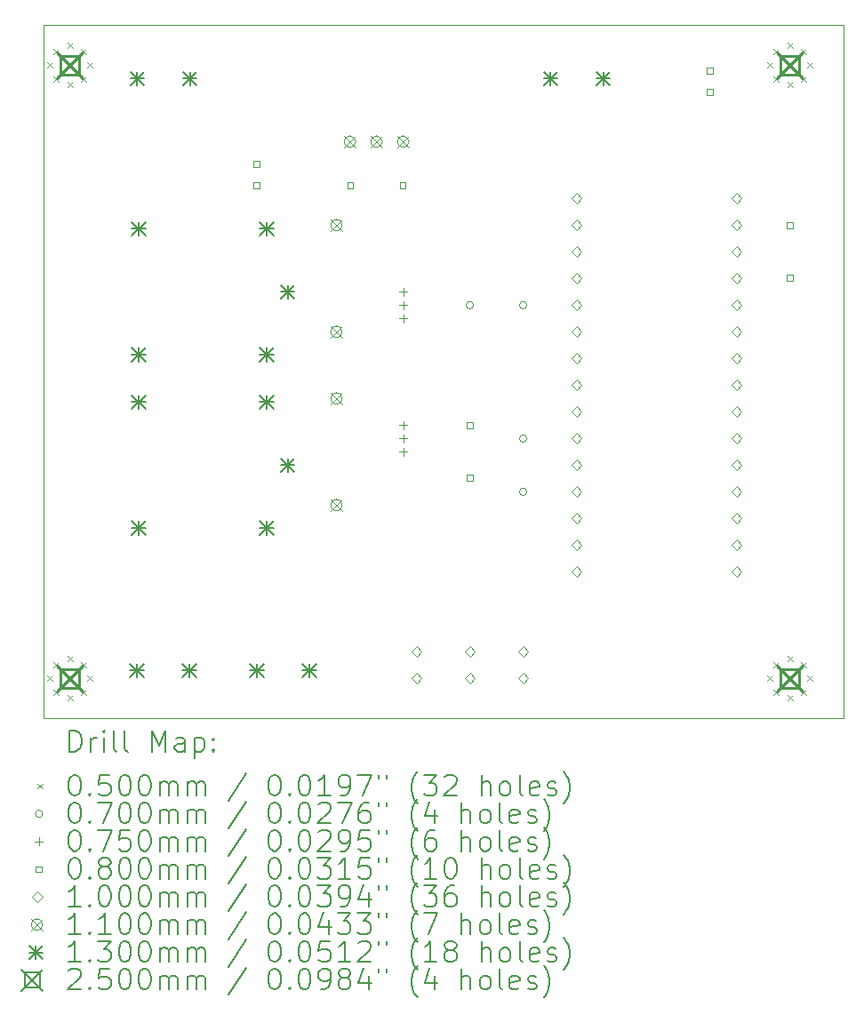
<source format=gbr>
%TF.GenerationSoftware,KiCad,Pcbnew,6.0.11+dfsg-1*%
%TF.CreationDate,2026-01-30T16:22:21+01:00*%
%TF.ProjectId,baliza,62616c69-7a61-42e6-9b69-6361645f7063,rev?*%
%TF.SameCoordinates,Original*%
%TF.FileFunction,Drillmap*%
%TF.FilePolarity,Positive*%
%FSLAX45Y45*%
G04 Gerber Fmt 4.5, Leading zero omitted, Abs format (unit mm)*
G04 Created by KiCad (PCBNEW 6.0.11+dfsg-1) date 2026-01-30 16:22:21*
%MOMM*%
%LPD*%
G01*
G04 APERTURE LIST*
%ADD10C,0.100000*%
%ADD11C,0.200000*%
%ADD12C,0.050000*%
%ADD13C,0.070000*%
%ADD14C,0.075000*%
%ADD15C,0.080000*%
%ADD16C,0.110000*%
%ADD17C,0.130000*%
%ADD18C,0.250000*%
G04 APERTURE END LIST*
D10*
X16510000Y-5334000D02*
X16510000Y-11938000D01*
X8890000Y-11938000D02*
X8890000Y-5334000D01*
X16256000Y-5334000D02*
X16510000Y-5334000D01*
X8890000Y-5334000D02*
X16256000Y-5334000D01*
X16510000Y-11938000D02*
X8890000Y-11938000D01*
D11*
D12*
X8931500Y-5690000D02*
X8981500Y-5740000D01*
X8981500Y-5690000D02*
X8931500Y-5740000D01*
X8931500Y-11532000D02*
X8981500Y-11582000D01*
X8981500Y-11532000D02*
X8931500Y-11582000D01*
X8986418Y-5557418D02*
X9036418Y-5607417D01*
X9036418Y-5557418D02*
X8986418Y-5607417D01*
X8986418Y-5822582D02*
X9036418Y-5872582D01*
X9036418Y-5822582D02*
X8986418Y-5872582D01*
X8986418Y-11399417D02*
X9036418Y-11449417D01*
X9036418Y-11399417D02*
X8986418Y-11449417D01*
X8986418Y-11664582D02*
X9036418Y-11714582D01*
X9036418Y-11664582D02*
X8986418Y-11714582D01*
X9119000Y-5502500D02*
X9169000Y-5552500D01*
X9169000Y-5502500D02*
X9119000Y-5552500D01*
X9119000Y-5877500D02*
X9169000Y-5927500D01*
X9169000Y-5877500D02*
X9119000Y-5927500D01*
X9119000Y-11344500D02*
X9169000Y-11394500D01*
X9169000Y-11344500D02*
X9119000Y-11394500D01*
X9119000Y-11719500D02*
X9169000Y-11769500D01*
X9169000Y-11719500D02*
X9119000Y-11769500D01*
X9251583Y-5557418D02*
X9301583Y-5607417D01*
X9301583Y-5557418D02*
X9251583Y-5607417D01*
X9251583Y-5822582D02*
X9301583Y-5872582D01*
X9301583Y-5822582D02*
X9251583Y-5872582D01*
X9251583Y-11399417D02*
X9301583Y-11449417D01*
X9301583Y-11399417D02*
X9251583Y-11449417D01*
X9251583Y-11664582D02*
X9301583Y-11714582D01*
X9301583Y-11664582D02*
X9251583Y-11714582D01*
X9306500Y-5690000D02*
X9356500Y-5740000D01*
X9356500Y-5690000D02*
X9306500Y-5740000D01*
X9306500Y-11532000D02*
X9356500Y-11582000D01*
X9356500Y-11532000D02*
X9306500Y-11582000D01*
X15789500Y-5690000D02*
X15839500Y-5740000D01*
X15839500Y-5690000D02*
X15789500Y-5740000D01*
X15789500Y-11532000D02*
X15839500Y-11582000D01*
X15839500Y-11532000D02*
X15789500Y-11582000D01*
X15844417Y-5557418D02*
X15894417Y-5607417D01*
X15894417Y-5557418D02*
X15844417Y-5607417D01*
X15844417Y-5822582D02*
X15894417Y-5872582D01*
X15894417Y-5822582D02*
X15844417Y-5872582D01*
X15844417Y-11399417D02*
X15894417Y-11449417D01*
X15894417Y-11399417D02*
X15844417Y-11449417D01*
X15844417Y-11664582D02*
X15894417Y-11714582D01*
X15894417Y-11664582D02*
X15844417Y-11714582D01*
X15977000Y-5502500D02*
X16027000Y-5552500D01*
X16027000Y-5502500D02*
X15977000Y-5552500D01*
X15977000Y-5877500D02*
X16027000Y-5927500D01*
X16027000Y-5877500D02*
X15977000Y-5927500D01*
X15977000Y-11344500D02*
X16027000Y-11394500D01*
X16027000Y-11344500D02*
X15977000Y-11394500D01*
X15977000Y-11719500D02*
X16027000Y-11769500D01*
X16027000Y-11719500D02*
X15977000Y-11769500D01*
X16109582Y-5557418D02*
X16159582Y-5607417D01*
X16159582Y-5557418D02*
X16109582Y-5607417D01*
X16109582Y-5822582D02*
X16159582Y-5872582D01*
X16159582Y-5822582D02*
X16109582Y-5872582D01*
X16109582Y-11399417D02*
X16159582Y-11449417D01*
X16159582Y-11399417D02*
X16109582Y-11449417D01*
X16109582Y-11664582D02*
X16159582Y-11714582D01*
X16159582Y-11664582D02*
X16109582Y-11714582D01*
X16164500Y-5690000D02*
X16214500Y-5740000D01*
X16214500Y-5690000D02*
X16164500Y-5740000D01*
X16164500Y-11532000D02*
X16214500Y-11582000D01*
X16214500Y-11532000D02*
X16164500Y-11582000D01*
D13*
X12989000Y-8001000D02*
G75*
G03*
X12989000Y-8001000I-35000J0D01*
G01*
X13497000Y-8001000D02*
G75*
G03*
X13497000Y-8001000I-35000J0D01*
G01*
X13497000Y-9271000D02*
G75*
G03*
X13497000Y-9271000I-35000J0D01*
G01*
X13497000Y-9779000D02*
G75*
G03*
X13497000Y-9779000I-35000J0D01*
G01*
D14*
X12319000Y-7836500D02*
X12319000Y-7911500D01*
X12281500Y-7874000D02*
X12356500Y-7874000D01*
X12319000Y-7963500D02*
X12319000Y-8038500D01*
X12281500Y-8001000D02*
X12356500Y-8001000D01*
X12319000Y-8090500D02*
X12319000Y-8165500D01*
X12281500Y-8128000D02*
X12356500Y-8128000D01*
X12319000Y-9106500D02*
X12319000Y-9181500D01*
X12281500Y-9144000D02*
X12356500Y-9144000D01*
X12319000Y-9233500D02*
X12319000Y-9308500D01*
X12281500Y-9271000D02*
X12356500Y-9271000D01*
X12319000Y-9360500D02*
X12319000Y-9435500D01*
X12281500Y-9398000D02*
X12356500Y-9398000D01*
D15*
X10950285Y-6686284D02*
X10950285Y-6629715D01*
X10893716Y-6629715D01*
X10893716Y-6686284D01*
X10950285Y-6686284D01*
X10950285Y-6886284D02*
X10950285Y-6829715D01*
X10893716Y-6829715D01*
X10893716Y-6886284D01*
X10950285Y-6886284D01*
X11843284Y-6886284D02*
X11843284Y-6829715D01*
X11786715Y-6829715D01*
X11786715Y-6886284D01*
X11843284Y-6886284D01*
X12343284Y-6886284D02*
X12343284Y-6829715D01*
X12286715Y-6829715D01*
X12286715Y-6886284D01*
X12343284Y-6886284D01*
X12980284Y-9176285D02*
X12980284Y-9119716D01*
X12923715Y-9119716D01*
X12923715Y-9176285D01*
X12980284Y-9176285D01*
X12980284Y-9676285D02*
X12980284Y-9619716D01*
X12923715Y-9619716D01*
X12923715Y-9676285D01*
X12980284Y-9676285D01*
X15268284Y-5797284D02*
X15268284Y-5740715D01*
X15211715Y-5740715D01*
X15211715Y-5797284D01*
X15268284Y-5797284D01*
X15268284Y-5997284D02*
X15268284Y-5940715D01*
X15211715Y-5940715D01*
X15211715Y-5997284D01*
X15268284Y-5997284D01*
X16030284Y-7271284D02*
X16030284Y-7214715D01*
X15973715Y-7214715D01*
X15973715Y-7271284D01*
X16030284Y-7271284D01*
X16030284Y-7771284D02*
X16030284Y-7714715D01*
X15973715Y-7714715D01*
X15973715Y-7771284D01*
X16030284Y-7771284D01*
D10*
X12446000Y-11353000D02*
X12496000Y-11303000D01*
X12446000Y-11253000D01*
X12396000Y-11303000D01*
X12446000Y-11353000D01*
X12446000Y-11607000D02*
X12496000Y-11557000D01*
X12446000Y-11507000D01*
X12396000Y-11557000D01*
X12446000Y-11607000D01*
X12954000Y-11353000D02*
X13004000Y-11303000D01*
X12954000Y-11253000D01*
X12904000Y-11303000D01*
X12954000Y-11353000D01*
X12954000Y-11607000D02*
X13004000Y-11557000D01*
X12954000Y-11507000D01*
X12904000Y-11557000D01*
X12954000Y-11607000D01*
X13462000Y-11353000D02*
X13512000Y-11303000D01*
X13462000Y-11253000D01*
X13412000Y-11303000D01*
X13462000Y-11353000D01*
X13462000Y-11607000D02*
X13512000Y-11557000D01*
X13462000Y-11507000D01*
X13412000Y-11557000D01*
X13462000Y-11607000D01*
X13970000Y-7035000D02*
X14020000Y-6985000D01*
X13970000Y-6935000D01*
X13920000Y-6985000D01*
X13970000Y-7035000D01*
X13970000Y-7289000D02*
X14020000Y-7239000D01*
X13970000Y-7189000D01*
X13920000Y-7239000D01*
X13970000Y-7289000D01*
X13970000Y-7543000D02*
X14020000Y-7493000D01*
X13970000Y-7443000D01*
X13920000Y-7493000D01*
X13970000Y-7543000D01*
X13970000Y-7797000D02*
X14020000Y-7747000D01*
X13970000Y-7697000D01*
X13920000Y-7747000D01*
X13970000Y-7797000D01*
X13970000Y-8051000D02*
X14020000Y-8001000D01*
X13970000Y-7951000D01*
X13920000Y-8001000D01*
X13970000Y-8051000D01*
X13970000Y-8305000D02*
X14020000Y-8255000D01*
X13970000Y-8205000D01*
X13920000Y-8255000D01*
X13970000Y-8305000D01*
X13970000Y-8559000D02*
X14020000Y-8509000D01*
X13970000Y-8459000D01*
X13920000Y-8509000D01*
X13970000Y-8559000D01*
X13970000Y-8813000D02*
X14020000Y-8763000D01*
X13970000Y-8713000D01*
X13920000Y-8763000D01*
X13970000Y-8813000D01*
X13970000Y-9067000D02*
X14020000Y-9017000D01*
X13970000Y-8967000D01*
X13920000Y-9017000D01*
X13970000Y-9067000D01*
X13970000Y-9321000D02*
X14020000Y-9271000D01*
X13970000Y-9221000D01*
X13920000Y-9271000D01*
X13970000Y-9321000D01*
X13970000Y-9575000D02*
X14020000Y-9525000D01*
X13970000Y-9475000D01*
X13920000Y-9525000D01*
X13970000Y-9575000D01*
X13970000Y-9829000D02*
X14020000Y-9779000D01*
X13970000Y-9729000D01*
X13920000Y-9779000D01*
X13970000Y-9829000D01*
X13970000Y-10083000D02*
X14020000Y-10033000D01*
X13970000Y-9983000D01*
X13920000Y-10033000D01*
X13970000Y-10083000D01*
X13970000Y-10337000D02*
X14020000Y-10287000D01*
X13970000Y-10237000D01*
X13920000Y-10287000D01*
X13970000Y-10337000D01*
X13970000Y-10591000D02*
X14020000Y-10541000D01*
X13970000Y-10491000D01*
X13920000Y-10541000D01*
X13970000Y-10591000D01*
X15494000Y-7035000D02*
X15544000Y-6985000D01*
X15494000Y-6935000D01*
X15444000Y-6985000D01*
X15494000Y-7035000D01*
X15494000Y-7289000D02*
X15544000Y-7239000D01*
X15494000Y-7189000D01*
X15444000Y-7239000D01*
X15494000Y-7289000D01*
X15494000Y-7543000D02*
X15544000Y-7493000D01*
X15494000Y-7443000D01*
X15444000Y-7493000D01*
X15494000Y-7543000D01*
X15494000Y-7797000D02*
X15544000Y-7747000D01*
X15494000Y-7697000D01*
X15444000Y-7747000D01*
X15494000Y-7797000D01*
X15494000Y-8051000D02*
X15544000Y-8001000D01*
X15494000Y-7951000D01*
X15444000Y-8001000D01*
X15494000Y-8051000D01*
X15494000Y-8305000D02*
X15544000Y-8255000D01*
X15494000Y-8205000D01*
X15444000Y-8255000D01*
X15494000Y-8305000D01*
X15494000Y-8559000D02*
X15544000Y-8509000D01*
X15494000Y-8459000D01*
X15444000Y-8509000D01*
X15494000Y-8559000D01*
X15494000Y-8813000D02*
X15544000Y-8763000D01*
X15494000Y-8713000D01*
X15444000Y-8763000D01*
X15494000Y-8813000D01*
X15494000Y-9067000D02*
X15544000Y-9017000D01*
X15494000Y-8967000D01*
X15444000Y-9017000D01*
X15494000Y-9067000D01*
X15494000Y-9321000D02*
X15544000Y-9271000D01*
X15494000Y-9221000D01*
X15444000Y-9271000D01*
X15494000Y-9321000D01*
X15494000Y-9575000D02*
X15544000Y-9525000D01*
X15494000Y-9475000D01*
X15444000Y-9525000D01*
X15494000Y-9575000D01*
X15494000Y-9829000D02*
X15544000Y-9779000D01*
X15494000Y-9729000D01*
X15444000Y-9779000D01*
X15494000Y-9829000D01*
X15494000Y-10083000D02*
X15544000Y-10033000D01*
X15494000Y-9983000D01*
X15444000Y-10033000D01*
X15494000Y-10083000D01*
X15494000Y-10337000D02*
X15544000Y-10287000D01*
X15494000Y-10237000D01*
X15444000Y-10287000D01*
X15494000Y-10337000D01*
X15494000Y-10591000D02*
X15544000Y-10541000D01*
X15494000Y-10491000D01*
X15444000Y-10541000D01*
X15494000Y-10591000D01*
D16*
X11629000Y-7184000D02*
X11739000Y-7294000D01*
X11739000Y-7184000D02*
X11629000Y-7294000D01*
X11739000Y-7239000D02*
G75*
G03*
X11739000Y-7239000I-55000J0D01*
G01*
X11629000Y-8200000D02*
X11739000Y-8310000D01*
X11739000Y-8200000D02*
X11629000Y-8310000D01*
X11739000Y-8255000D02*
G75*
G03*
X11739000Y-8255000I-55000J0D01*
G01*
X11629000Y-8835000D02*
X11739000Y-8945000D01*
X11739000Y-8835000D02*
X11629000Y-8945000D01*
X11739000Y-8890000D02*
G75*
G03*
X11739000Y-8890000I-55000J0D01*
G01*
X11629000Y-9851000D02*
X11739000Y-9961000D01*
X11739000Y-9851000D02*
X11629000Y-9961000D01*
X11739000Y-9906000D02*
G75*
G03*
X11739000Y-9906000I-55000J0D01*
G01*
X11756000Y-6389500D02*
X11866000Y-6499500D01*
X11866000Y-6389500D02*
X11756000Y-6499500D01*
X11866000Y-6444500D02*
G75*
G03*
X11866000Y-6444500I-55000J0D01*
G01*
X12010000Y-6389500D02*
X12120000Y-6499500D01*
X12120000Y-6389500D02*
X12010000Y-6499500D01*
X12120000Y-6444500D02*
G75*
G03*
X12120000Y-6444500I-55000J0D01*
G01*
X12264000Y-6389500D02*
X12374000Y-6499500D01*
X12374000Y-6389500D02*
X12264000Y-6499500D01*
X12374000Y-6444500D02*
G75*
G03*
X12374000Y-6444500I-55000J0D01*
G01*
D17*
X9718000Y-11415000D02*
X9848000Y-11545000D01*
X9848000Y-11415000D02*
X9718000Y-11545000D01*
X9783000Y-11415000D02*
X9783000Y-11545000D01*
X9718000Y-11480000D02*
X9848000Y-11480000D01*
X9722000Y-5777000D02*
X9852000Y-5907000D01*
X9852000Y-5777000D02*
X9722000Y-5907000D01*
X9787000Y-5777000D02*
X9787000Y-5907000D01*
X9722000Y-5842000D02*
X9852000Y-5842000D01*
X9734000Y-7209000D02*
X9864000Y-7339000D01*
X9864000Y-7209000D02*
X9734000Y-7339000D01*
X9799000Y-7209000D02*
X9799000Y-7339000D01*
X9734000Y-7274000D02*
X9864000Y-7274000D01*
X9734000Y-8409000D02*
X9864000Y-8539000D01*
X9864000Y-8409000D02*
X9734000Y-8539000D01*
X9799000Y-8409000D02*
X9799000Y-8539000D01*
X9734000Y-8474000D02*
X9864000Y-8474000D01*
X9734000Y-8860000D02*
X9864000Y-8990000D01*
X9864000Y-8860000D02*
X9734000Y-8990000D01*
X9799000Y-8860000D02*
X9799000Y-8990000D01*
X9734000Y-8925000D02*
X9864000Y-8925000D01*
X9734000Y-10060000D02*
X9864000Y-10190000D01*
X9864000Y-10060000D02*
X9734000Y-10190000D01*
X9799000Y-10060000D02*
X9799000Y-10190000D01*
X9734000Y-10125000D02*
X9864000Y-10125000D01*
X10218000Y-11415000D02*
X10348000Y-11545000D01*
X10348000Y-11415000D02*
X10218000Y-11545000D01*
X10283000Y-11415000D02*
X10283000Y-11545000D01*
X10218000Y-11480000D02*
X10348000Y-11480000D01*
X10222000Y-5777000D02*
X10352000Y-5907000D01*
X10352000Y-5777000D02*
X10222000Y-5907000D01*
X10287000Y-5777000D02*
X10287000Y-5907000D01*
X10222000Y-5842000D02*
X10352000Y-5842000D01*
X10861000Y-11415000D02*
X10991000Y-11545000D01*
X10991000Y-11415000D02*
X10861000Y-11545000D01*
X10926000Y-11415000D02*
X10926000Y-11545000D01*
X10861000Y-11480000D02*
X10991000Y-11480000D01*
X10954000Y-7209000D02*
X11084000Y-7339000D01*
X11084000Y-7209000D02*
X10954000Y-7339000D01*
X11019000Y-7209000D02*
X11019000Y-7339000D01*
X10954000Y-7274000D02*
X11084000Y-7274000D01*
X10954000Y-8409000D02*
X11084000Y-8539000D01*
X11084000Y-8409000D02*
X10954000Y-8539000D01*
X11019000Y-8409000D02*
X11019000Y-8539000D01*
X10954000Y-8474000D02*
X11084000Y-8474000D01*
X10954000Y-8860000D02*
X11084000Y-8990000D01*
X11084000Y-8860000D02*
X10954000Y-8990000D01*
X11019000Y-8860000D02*
X11019000Y-8990000D01*
X10954000Y-8925000D02*
X11084000Y-8925000D01*
X10954000Y-10060000D02*
X11084000Y-10190000D01*
X11084000Y-10060000D02*
X10954000Y-10190000D01*
X11019000Y-10060000D02*
X11019000Y-10190000D01*
X10954000Y-10125000D02*
X11084000Y-10125000D01*
X11154000Y-7809000D02*
X11284000Y-7939000D01*
X11284000Y-7809000D02*
X11154000Y-7939000D01*
X11219000Y-7809000D02*
X11219000Y-7939000D01*
X11154000Y-7874000D02*
X11284000Y-7874000D01*
X11154000Y-9460000D02*
X11284000Y-9590000D01*
X11284000Y-9460000D02*
X11154000Y-9590000D01*
X11219000Y-9460000D02*
X11219000Y-9590000D01*
X11154000Y-9525000D02*
X11284000Y-9525000D01*
X11361000Y-11415000D02*
X11491000Y-11545000D01*
X11491000Y-11415000D02*
X11361000Y-11545000D01*
X11426000Y-11415000D02*
X11426000Y-11545000D01*
X11361000Y-11480000D02*
X11491000Y-11480000D01*
X13659000Y-5777000D02*
X13789000Y-5907000D01*
X13789000Y-5777000D02*
X13659000Y-5907000D01*
X13724000Y-5777000D02*
X13724000Y-5907000D01*
X13659000Y-5842000D02*
X13789000Y-5842000D01*
X14159000Y-5777000D02*
X14289000Y-5907000D01*
X14289000Y-5777000D02*
X14159000Y-5907000D01*
X14224000Y-5777000D02*
X14224000Y-5907000D01*
X14159000Y-5842000D02*
X14289000Y-5842000D01*
D18*
X9019000Y-5590000D02*
X9269000Y-5840000D01*
X9269000Y-5590000D02*
X9019000Y-5840000D01*
X9232389Y-5803389D02*
X9232389Y-5626611D01*
X9055611Y-5626611D01*
X9055611Y-5803389D01*
X9232389Y-5803389D01*
X9019000Y-11432000D02*
X9269000Y-11682000D01*
X9269000Y-11432000D02*
X9019000Y-11682000D01*
X9232389Y-11645389D02*
X9232389Y-11468611D01*
X9055611Y-11468611D01*
X9055611Y-11645389D01*
X9232389Y-11645389D01*
X15877000Y-5590000D02*
X16127000Y-5840000D01*
X16127000Y-5590000D02*
X15877000Y-5840000D01*
X16090389Y-5803389D02*
X16090389Y-5626611D01*
X15913611Y-5626611D01*
X15913611Y-5803389D01*
X16090389Y-5803389D01*
X15877000Y-11432000D02*
X16127000Y-11682000D01*
X16127000Y-11432000D02*
X15877000Y-11682000D01*
X16090389Y-11645389D02*
X16090389Y-11468611D01*
X15913611Y-11468611D01*
X15913611Y-11645389D01*
X16090389Y-11645389D01*
D11*
X9142619Y-12253476D02*
X9142619Y-12053476D01*
X9190238Y-12053476D01*
X9218810Y-12063000D01*
X9237857Y-12082048D01*
X9247381Y-12101095D01*
X9256905Y-12139190D01*
X9256905Y-12167762D01*
X9247381Y-12205857D01*
X9237857Y-12224905D01*
X9218810Y-12243952D01*
X9190238Y-12253476D01*
X9142619Y-12253476D01*
X9342619Y-12253476D02*
X9342619Y-12120143D01*
X9342619Y-12158238D02*
X9352143Y-12139190D01*
X9361667Y-12129667D01*
X9380714Y-12120143D01*
X9399762Y-12120143D01*
X9466429Y-12253476D02*
X9466429Y-12120143D01*
X9466429Y-12053476D02*
X9456905Y-12063000D01*
X9466429Y-12072524D01*
X9475952Y-12063000D01*
X9466429Y-12053476D01*
X9466429Y-12072524D01*
X9590238Y-12253476D02*
X9571190Y-12243952D01*
X9561667Y-12224905D01*
X9561667Y-12053476D01*
X9695000Y-12253476D02*
X9675952Y-12243952D01*
X9666429Y-12224905D01*
X9666429Y-12053476D01*
X9923571Y-12253476D02*
X9923571Y-12053476D01*
X9990238Y-12196333D01*
X10056905Y-12053476D01*
X10056905Y-12253476D01*
X10237857Y-12253476D02*
X10237857Y-12148714D01*
X10228333Y-12129667D01*
X10209286Y-12120143D01*
X10171190Y-12120143D01*
X10152143Y-12129667D01*
X10237857Y-12243952D02*
X10218810Y-12253476D01*
X10171190Y-12253476D01*
X10152143Y-12243952D01*
X10142619Y-12224905D01*
X10142619Y-12205857D01*
X10152143Y-12186809D01*
X10171190Y-12177286D01*
X10218810Y-12177286D01*
X10237857Y-12167762D01*
X10333095Y-12120143D02*
X10333095Y-12320143D01*
X10333095Y-12129667D02*
X10352143Y-12120143D01*
X10390238Y-12120143D01*
X10409286Y-12129667D01*
X10418810Y-12139190D01*
X10428333Y-12158238D01*
X10428333Y-12215381D01*
X10418810Y-12234428D01*
X10409286Y-12243952D01*
X10390238Y-12253476D01*
X10352143Y-12253476D01*
X10333095Y-12243952D01*
X10514048Y-12234428D02*
X10523571Y-12243952D01*
X10514048Y-12253476D01*
X10504524Y-12243952D01*
X10514048Y-12234428D01*
X10514048Y-12253476D01*
X10514048Y-12129667D02*
X10523571Y-12139190D01*
X10514048Y-12148714D01*
X10504524Y-12139190D01*
X10514048Y-12129667D01*
X10514048Y-12148714D01*
D12*
X8835000Y-12558000D02*
X8885000Y-12608000D01*
X8885000Y-12558000D02*
X8835000Y-12608000D01*
D11*
X9180714Y-12473476D02*
X9199762Y-12473476D01*
X9218810Y-12483000D01*
X9228333Y-12492524D01*
X9237857Y-12511571D01*
X9247381Y-12549667D01*
X9247381Y-12597286D01*
X9237857Y-12635381D01*
X9228333Y-12654428D01*
X9218810Y-12663952D01*
X9199762Y-12673476D01*
X9180714Y-12673476D01*
X9161667Y-12663952D01*
X9152143Y-12654428D01*
X9142619Y-12635381D01*
X9133095Y-12597286D01*
X9133095Y-12549667D01*
X9142619Y-12511571D01*
X9152143Y-12492524D01*
X9161667Y-12483000D01*
X9180714Y-12473476D01*
X9333095Y-12654428D02*
X9342619Y-12663952D01*
X9333095Y-12673476D01*
X9323571Y-12663952D01*
X9333095Y-12654428D01*
X9333095Y-12673476D01*
X9523571Y-12473476D02*
X9428333Y-12473476D01*
X9418810Y-12568714D01*
X9428333Y-12559190D01*
X9447381Y-12549667D01*
X9495000Y-12549667D01*
X9514048Y-12559190D01*
X9523571Y-12568714D01*
X9533095Y-12587762D01*
X9533095Y-12635381D01*
X9523571Y-12654428D01*
X9514048Y-12663952D01*
X9495000Y-12673476D01*
X9447381Y-12673476D01*
X9428333Y-12663952D01*
X9418810Y-12654428D01*
X9656905Y-12473476D02*
X9675952Y-12473476D01*
X9695000Y-12483000D01*
X9704524Y-12492524D01*
X9714048Y-12511571D01*
X9723571Y-12549667D01*
X9723571Y-12597286D01*
X9714048Y-12635381D01*
X9704524Y-12654428D01*
X9695000Y-12663952D01*
X9675952Y-12673476D01*
X9656905Y-12673476D01*
X9637857Y-12663952D01*
X9628333Y-12654428D01*
X9618810Y-12635381D01*
X9609286Y-12597286D01*
X9609286Y-12549667D01*
X9618810Y-12511571D01*
X9628333Y-12492524D01*
X9637857Y-12483000D01*
X9656905Y-12473476D01*
X9847381Y-12473476D02*
X9866429Y-12473476D01*
X9885476Y-12483000D01*
X9895000Y-12492524D01*
X9904524Y-12511571D01*
X9914048Y-12549667D01*
X9914048Y-12597286D01*
X9904524Y-12635381D01*
X9895000Y-12654428D01*
X9885476Y-12663952D01*
X9866429Y-12673476D01*
X9847381Y-12673476D01*
X9828333Y-12663952D01*
X9818810Y-12654428D01*
X9809286Y-12635381D01*
X9799762Y-12597286D01*
X9799762Y-12549667D01*
X9809286Y-12511571D01*
X9818810Y-12492524D01*
X9828333Y-12483000D01*
X9847381Y-12473476D01*
X9999762Y-12673476D02*
X9999762Y-12540143D01*
X9999762Y-12559190D02*
X10009286Y-12549667D01*
X10028333Y-12540143D01*
X10056905Y-12540143D01*
X10075952Y-12549667D01*
X10085476Y-12568714D01*
X10085476Y-12673476D01*
X10085476Y-12568714D02*
X10095000Y-12549667D01*
X10114048Y-12540143D01*
X10142619Y-12540143D01*
X10161667Y-12549667D01*
X10171190Y-12568714D01*
X10171190Y-12673476D01*
X10266429Y-12673476D02*
X10266429Y-12540143D01*
X10266429Y-12559190D02*
X10275952Y-12549667D01*
X10295000Y-12540143D01*
X10323571Y-12540143D01*
X10342619Y-12549667D01*
X10352143Y-12568714D01*
X10352143Y-12673476D01*
X10352143Y-12568714D02*
X10361667Y-12549667D01*
X10380714Y-12540143D01*
X10409286Y-12540143D01*
X10428333Y-12549667D01*
X10437857Y-12568714D01*
X10437857Y-12673476D01*
X10828333Y-12463952D02*
X10656905Y-12721095D01*
X11085476Y-12473476D02*
X11104524Y-12473476D01*
X11123571Y-12483000D01*
X11133095Y-12492524D01*
X11142619Y-12511571D01*
X11152143Y-12549667D01*
X11152143Y-12597286D01*
X11142619Y-12635381D01*
X11133095Y-12654428D01*
X11123571Y-12663952D01*
X11104524Y-12673476D01*
X11085476Y-12673476D01*
X11066429Y-12663952D01*
X11056905Y-12654428D01*
X11047381Y-12635381D01*
X11037857Y-12597286D01*
X11037857Y-12549667D01*
X11047381Y-12511571D01*
X11056905Y-12492524D01*
X11066429Y-12483000D01*
X11085476Y-12473476D01*
X11237857Y-12654428D02*
X11247381Y-12663952D01*
X11237857Y-12673476D01*
X11228333Y-12663952D01*
X11237857Y-12654428D01*
X11237857Y-12673476D01*
X11371190Y-12473476D02*
X11390238Y-12473476D01*
X11409286Y-12483000D01*
X11418809Y-12492524D01*
X11428333Y-12511571D01*
X11437857Y-12549667D01*
X11437857Y-12597286D01*
X11428333Y-12635381D01*
X11418809Y-12654428D01*
X11409286Y-12663952D01*
X11390238Y-12673476D01*
X11371190Y-12673476D01*
X11352143Y-12663952D01*
X11342619Y-12654428D01*
X11333095Y-12635381D01*
X11323571Y-12597286D01*
X11323571Y-12549667D01*
X11333095Y-12511571D01*
X11342619Y-12492524D01*
X11352143Y-12483000D01*
X11371190Y-12473476D01*
X11628333Y-12673476D02*
X11514048Y-12673476D01*
X11571190Y-12673476D02*
X11571190Y-12473476D01*
X11552143Y-12502048D01*
X11533095Y-12521095D01*
X11514048Y-12530619D01*
X11723571Y-12673476D02*
X11761667Y-12673476D01*
X11780714Y-12663952D01*
X11790238Y-12654428D01*
X11809286Y-12625857D01*
X11818809Y-12587762D01*
X11818809Y-12511571D01*
X11809286Y-12492524D01*
X11799762Y-12483000D01*
X11780714Y-12473476D01*
X11742619Y-12473476D01*
X11723571Y-12483000D01*
X11714048Y-12492524D01*
X11704524Y-12511571D01*
X11704524Y-12559190D01*
X11714048Y-12578238D01*
X11723571Y-12587762D01*
X11742619Y-12597286D01*
X11780714Y-12597286D01*
X11799762Y-12587762D01*
X11809286Y-12578238D01*
X11818809Y-12559190D01*
X11885476Y-12473476D02*
X12018809Y-12473476D01*
X11933095Y-12673476D01*
X12085476Y-12473476D02*
X12085476Y-12511571D01*
X12161667Y-12473476D02*
X12161667Y-12511571D01*
X12456905Y-12749667D02*
X12447381Y-12740143D01*
X12428333Y-12711571D01*
X12418809Y-12692524D01*
X12409286Y-12663952D01*
X12399762Y-12616333D01*
X12399762Y-12578238D01*
X12409286Y-12530619D01*
X12418809Y-12502048D01*
X12428333Y-12483000D01*
X12447381Y-12454428D01*
X12456905Y-12444905D01*
X12514048Y-12473476D02*
X12637857Y-12473476D01*
X12571190Y-12549667D01*
X12599762Y-12549667D01*
X12618809Y-12559190D01*
X12628333Y-12568714D01*
X12637857Y-12587762D01*
X12637857Y-12635381D01*
X12628333Y-12654428D01*
X12618809Y-12663952D01*
X12599762Y-12673476D01*
X12542619Y-12673476D01*
X12523571Y-12663952D01*
X12514048Y-12654428D01*
X12714048Y-12492524D02*
X12723571Y-12483000D01*
X12742619Y-12473476D01*
X12790238Y-12473476D01*
X12809286Y-12483000D01*
X12818809Y-12492524D01*
X12828333Y-12511571D01*
X12828333Y-12530619D01*
X12818809Y-12559190D01*
X12704524Y-12673476D01*
X12828333Y-12673476D01*
X13066428Y-12673476D02*
X13066428Y-12473476D01*
X13152143Y-12673476D02*
X13152143Y-12568714D01*
X13142619Y-12549667D01*
X13123571Y-12540143D01*
X13095000Y-12540143D01*
X13075952Y-12549667D01*
X13066428Y-12559190D01*
X13275952Y-12673476D02*
X13256905Y-12663952D01*
X13247381Y-12654428D01*
X13237857Y-12635381D01*
X13237857Y-12578238D01*
X13247381Y-12559190D01*
X13256905Y-12549667D01*
X13275952Y-12540143D01*
X13304524Y-12540143D01*
X13323571Y-12549667D01*
X13333095Y-12559190D01*
X13342619Y-12578238D01*
X13342619Y-12635381D01*
X13333095Y-12654428D01*
X13323571Y-12663952D01*
X13304524Y-12673476D01*
X13275952Y-12673476D01*
X13456905Y-12673476D02*
X13437857Y-12663952D01*
X13428333Y-12644905D01*
X13428333Y-12473476D01*
X13609286Y-12663952D02*
X13590238Y-12673476D01*
X13552143Y-12673476D01*
X13533095Y-12663952D01*
X13523571Y-12644905D01*
X13523571Y-12568714D01*
X13533095Y-12549667D01*
X13552143Y-12540143D01*
X13590238Y-12540143D01*
X13609286Y-12549667D01*
X13618809Y-12568714D01*
X13618809Y-12587762D01*
X13523571Y-12606809D01*
X13695000Y-12663952D02*
X13714048Y-12673476D01*
X13752143Y-12673476D01*
X13771190Y-12663952D01*
X13780714Y-12644905D01*
X13780714Y-12635381D01*
X13771190Y-12616333D01*
X13752143Y-12606809D01*
X13723571Y-12606809D01*
X13704524Y-12597286D01*
X13695000Y-12578238D01*
X13695000Y-12568714D01*
X13704524Y-12549667D01*
X13723571Y-12540143D01*
X13752143Y-12540143D01*
X13771190Y-12549667D01*
X13847381Y-12749667D02*
X13856905Y-12740143D01*
X13875952Y-12711571D01*
X13885476Y-12692524D01*
X13895000Y-12663952D01*
X13904524Y-12616333D01*
X13904524Y-12578238D01*
X13895000Y-12530619D01*
X13885476Y-12502048D01*
X13875952Y-12483000D01*
X13856905Y-12454428D01*
X13847381Y-12444905D01*
D13*
X8885000Y-12847000D02*
G75*
G03*
X8885000Y-12847000I-35000J0D01*
G01*
D11*
X9180714Y-12737476D02*
X9199762Y-12737476D01*
X9218810Y-12747000D01*
X9228333Y-12756524D01*
X9237857Y-12775571D01*
X9247381Y-12813667D01*
X9247381Y-12861286D01*
X9237857Y-12899381D01*
X9228333Y-12918428D01*
X9218810Y-12927952D01*
X9199762Y-12937476D01*
X9180714Y-12937476D01*
X9161667Y-12927952D01*
X9152143Y-12918428D01*
X9142619Y-12899381D01*
X9133095Y-12861286D01*
X9133095Y-12813667D01*
X9142619Y-12775571D01*
X9152143Y-12756524D01*
X9161667Y-12747000D01*
X9180714Y-12737476D01*
X9333095Y-12918428D02*
X9342619Y-12927952D01*
X9333095Y-12937476D01*
X9323571Y-12927952D01*
X9333095Y-12918428D01*
X9333095Y-12937476D01*
X9409286Y-12737476D02*
X9542619Y-12737476D01*
X9456905Y-12937476D01*
X9656905Y-12737476D02*
X9675952Y-12737476D01*
X9695000Y-12747000D01*
X9704524Y-12756524D01*
X9714048Y-12775571D01*
X9723571Y-12813667D01*
X9723571Y-12861286D01*
X9714048Y-12899381D01*
X9704524Y-12918428D01*
X9695000Y-12927952D01*
X9675952Y-12937476D01*
X9656905Y-12937476D01*
X9637857Y-12927952D01*
X9628333Y-12918428D01*
X9618810Y-12899381D01*
X9609286Y-12861286D01*
X9609286Y-12813667D01*
X9618810Y-12775571D01*
X9628333Y-12756524D01*
X9637857Y-12747000D01*
X9656905Y-12737476D01*
X9847381Y-12737476D02*
X9866429Y-12737476D01*
X9885476Y-12747000D01*
X9895000Y-12756524D01*
X9904524Y-12775571D01*
X9914048Y-12813667D01*
X9914048Y-12861286D01*
X9904524Y-12899381D01*
X9895000Y-12918428D01*
X9885476Y-12927952D01*
X9866429Y-12937476D01*
X9847381Y-12937476D01*
X9828333Y-12927952D01*
X9818810Y-12918428D01*
X9809286Y-12899381D01*
X9799762Y-12861286D01*
X9799762Y-12813667D01*
X9809286Y-12775571D01*
X9818810Y-12756524D01*
X9828333Y-12747000D01*
X9847381Y-12737476D01*
X9999762Y-12937476D02*
X9999762Y-12804143D01*
X9999762Y-12823190D02*
X10009286Y-12813667D01*
X10028333Y-12804143D01*
X10056905Y-12804143D01*
X10075952Y-12813667D01*
X10085476Y-12832714D01*
X10085476Y-12937476D01*
X10085476Y-12832714D02*
X10095000Y-12813667D01*
X10114048Y-12804143D01*
X10142619Y-12804143D01*
X10161667Y-12813667D01*
X10171190Y-12832714D01*
X10171190Y-12937476D01*
X10266429Y-12937476D02*
X10266429Y-12804143D01*
X10266429Y-12823190D02*
X10275952Y-12813667D01*
X10295000Y-12804143D01*
X10323571Y-12804143D01*
X10342619Y-12813667D01*
X10352143Y-12832714D01*
X10352143Y-12937476D01*
X10352143Y-12832714D02*
X10361667Y-12813667D01*
X10380714Y-12804143D01*
X10409286Y-12804143D01*
X10428333Y-12813667D01*
X10437857Y-12832714D01*
X10437857Y-12937476D01*
X10828333Y-12727952D02*
X10656905Y-12985095D01*
X11085476Y-12737476D02*
X11104524Y-12737476D01*
X11123571Y-12747000D01*
X11133095Y-12756524D01*
X11142619Y-12775571D01*
X11152143Y-12813667D01*
X11152143Y-12861286D01*
X11142619Y-12899381D01*
X11133095Y-12918428D01*
X11123571Y-12927952D01*
X11104524Y-12937476D01*
X11085476Y-12937476D01*
X11066429Y-12927952D01*
X11056905Y-12918428D01*
X11047381Y-12899381D01*
X11037857Y-12861286D01*
X11037857Y-12813667D01*
X11047381Y-12775571D01*
X11056905Y-12756524D01*
X11066429Y-12747000D01*
X11085476Y-12737476D01*
X11237857Y-12918428D02*
X11247381Y-12927952D01*
X11237857Y-12937476D01*
X11228333Y-12927952D01*
X11237857Y-12918428D01*
X11237857Y-12937476D01*
X11371190Y-12737476D02*
X11390238Y-12737476D01*
X11409286Y-12747000D01*
X11418809Y-12756524D01*
X11428333Y-12775571D01*
X11437857Y-12813667D01*
X11437857Y-12861286D01*
X11428333Y-12899381D01*
X11418809Y-12918428D01*
X11409286Y-12927952D01*
X11390238Y-12937476D01*
X11371190Y-12937476D01*
X11352143Y-12927952D01*
X11342619Y-12918428D01*
X11333095Y-12899381D01*
X11323571Y-12861286D01*
X11323571Y-12813667D01*
X11333095Y-12775571D01*
X11342619Y-12756524D01*
X11352143Y-12747000D01*
X11371190Y-12737476D01*
X11514048Y-12756524D02*
X11523571Y-12747000D01*
X11542619Y-12737476D01*
X11590238Y-12737476D01*
X11609286Y-12747000D01*
X11618809Y-12756524D01*
X11628333Y-12775571D01*
X11628333Y-12794619D01*
X11618809Y-12823190D01*
X11504524Y-12937476D01*
X11628333Y-12937476D01*
X11695000Y-12737476D02*
X11828333Y-12737476D01*
X11742619Y-12937476D01*
X11990238Y-12737476D02*
X11952143Y-12737476D01*
X11933095Y-12747000D01*
X11923571Y-12756524D01*
X11904524Y-12785095D01*
X11895000Y-12823190D01*
X11895000Y-12899381D01*
X11904524Y-12918428D01*
X11914048Y-12927952D01*
X11933095Y-12937476D01*
X11971190Y-12937476D01*
X11990238Y-12927952D01*
X11999762Y-12918428D01*
X12009286Y-12899381D01*
X12009286Y-12851762D01*
X11999762Y-12832714D01*
X11990238Y-12823190D01*
X11971190Y-12813667D01*
X11933095Y-12813667D01*
X11914048Y-12823190D01*
X11904524Y-12832714D01*
X11895000Y-12851762D01*
X12085476Y-12737476D02*
X12085476Y-12775571D01*
X12161667Y-12737476D02*
X12161667Y-12775571D01*
X12456905Y-13013667D02*
X12447381Y-13004143D01*
X12428333Y-12975571D01*
X12418809Y-12956524D01*
X12409286Y-12927952D01*
X12399762Y-12880333D01*
X12399762Y-12842238D01*
X12409286Y-12794619D01*
X12418809Y-12766048D01*
X12428333Y-12747000D01*
X12447381Y-12718428D01*
X12456905Y-12708905D01*
X12618809Y-12804143D02*
X12618809Y-12937476D01*
X12571190Y-12727952D02*
X12523571Y-12870809D01*
X12647381Y-12870809D01*
X12875952Y-12937476D02*
X12875952Y-12737476D01*
X12961667Y-12937476D02*
X12961667Y-12832714D01*
X12952143Y-12813667D01*
X12933095Y-12804143D01*
X12904524Y-12804143D01*
X12885476Y-12813667D01*
X12875952Y-12823190D01*
X13085476Y-12937476D02*
X13066428Y-12927952D01*
X13056905Y-12918428D01*
X13047381Y-12899381D01*
X13047381Y-12842238D01*
X13056905Y-12823190D01*
X13066428Y-12813667D01*
X13085476Y-12804143D01*
X13114048Y-12804143D01*
X13133095Y-12813667D01*
X13142619Y-12823190D01*
X13152143Y-12842238D01*
X13152143Y-12899381D01*
X13142619Y-12918428D01*
X13133095Y-12927952D01*
X13114048Y-12937476D01*
X13085476Y-12937476D01*
X13266428Y-12937476D02*
X13247381Y-12927952D01*
X13237857Y-12908905D01*
X13237857Y-12737476D01*
X13418809Y-12927952D02*
X13399762Y-12937476D01*
X13361667Y-12937476D01*
X13342619Y-12927952D01*
X13333095Y-12908905D01*
X13333095Y-12832714D01*
X13342619Y-12813667D01*
X13361667Y-12804143D01*
X13399762Y-12804143D01*
X13418809Y-12813667D01*
X13428333Y-12832714D01*
X13428333Y-12851762D01*
X13333095Y-12870809D01*
X13504524Y-12927952D02*
X13523571Y-12937476D01*
X13561667Y-12937476D01*
X13580714Y-12927952D01*
X13590238Y-12908905D01*
X13590238Y-12899381D01*
X13580714Y-12880333D01*
X13561667Y-12870809D01*
X13533095Y-12870809D01*
X13514048Y-12861286D01*
X13504524Y-12842238D01*
X13504524Y-12832714D01*
X13514048Y-12813667D01*
X13533095Y-12804143D01*
X13561667Y-12804143D01*
X13580714Y-12813667D01*
X13656905Y-13013667D02*
X13666428Y-13004143D01*
X13685476Y-12975571D01*
X13695000Y-12956524D01*
X13704524Y-12927952D01*
X13714048Y-12880333D01*
X13714048Y-12842238D01*
X13704524Y-12794619D01*
X13695000Y-12766048D01*
X13685476Y-12747000D01*
X13666428Y-12718428D01*
X13656905Y-12708905D01*
D14*
X8847500Y-13073500D02*
X8847500Y-13148500D01*
X8810000Y-13111000D02*
X8885000Y-13111000D01*
D11*
X9180714Y-13001476D02*
X9199762Y-13001476D01*
X9218810Y-13011000D01*
X9228333Y-13020524D01*
X9237857Y-13039571D01*
X9247381Y-13077667D01*
X9247381Y-13125286D01*
X9237857Y-13163381D01*
X9228333Y-13182428D01*
X9218810Y-13191952D01*
X9199762Y-13201476D01*
X9180714Y-13201476D01*
X9161667Y-13191952D01*
X9152143Y-13182428D01*
X9142619Y-13163381D01*
X9133095Y-13125286D01*
X9133095Y-13077667D01*
X9142619Y-13039571D01*
X9152143Y-13020524D01*
X9161667Y-13011000D01*
X9180714Y-13001476D01*
X9333095Y-13182428D02*
X9342619Y-13191952D01*
X9333095Y-13201476D01*
X9323571Y-13191952D01*
X9333095Y-13182428D01*
X9333095Y-13201476D01*
X9409286Y-13001476D02*
X9542619Y-13001476D01*
X9456905Y-13201476D01*
X9714048Y-13001476D02*
X9618810Y-13001476D01*
X9609286Y-13096714D01*
X9618810Y-13087190D01*
X9637857Y-13077667D01*
X9685476Y-13077667D01*
X9704524Y-13087190D01*
X9714048Y-13096714D01*
X9723571Y-13115762D01*
X9723571Y-13163381D01*
X9714048Y-13182428D01*
X9704524Y-13191952D01*
X9685476Y-13201476D01*
X9637857Y-13201476D01*
X9618810Y-13191952D01*
X9609286Y-13182428D01*
X9847381Y-13001476D02*
X9866429Y-13001476D01*
X9885476Y-13011000D01*
X9895000Y-13020524D01*
X9904524Y-13039571D01*
X9914048Y-13077667D01*
X9914048Y-13125286D01*
X9904524Y-13163381D01*
X9895000Y-13182428D01*
X9885476Y-13191952D01*
X9866429Y-13201476D01*
X9847381Y-13201476D01*
X9828333Y-13191952D01*
X9818810Y-13182428D01*
X9809286Y-13163381D01*
X9799762Y-13125286D01*
X9799762Y-13077667D01*
X9809286Y-13039571D01*
X9818810Y-13020524D01*
X9828333Y-13011000D01*
X9847381Y-13001476D01*
X9999762Y-13201476D02*
X9999762Y-13068143D01*
X9999762Y-13087190D02*
X10009286Y-13077667D01*
X10028333Y-13068143D01*
X10056905Y-13068143D01*
X10075952Y-13077667D01*
X10085476Y-13096714D01*
X10085476Y-13201476D01*
X10085476Y-13096714D02*
X10095000Y-13077667D01*
X10114048Y-13068143D01*
X10142619Y-13068143D01*
X10161667Y-13077667D01*
X10171190Y-13096714D01*
X10171190Y-13201476D01*
X10266429Y-13201476D02*
X10266429Y-13068143D01*
X10266429Y-13087190D02*
X10275952Y-13077667D01*
X10295000Y-13068143D01*
X10323571Y-13068143D01*
X10342619Y-13077667D01*
X10352143Y-13096714D01*
X10352143Y-13201476D01*
X10352143Y-13096714D02*
X10361667Y-13077667D01*
X10380714Y-13068143D01*
X10409286Y-13068143D01*
X10428333Y-13077667D01*
X10437857Y-13096714D01*
X10437857Y-13201476D01*
X10828333Y-12991952D02*
X10656905Y-13249095D01*
X11085476Y-13001476D02*
X11104524Y-13001476D01*
X11123571Y-13011000D01*
X11133095Y-13020524D01*
X11142619Y-13039571D01*
X11152143Y-13077667D01*
X11152143Y-13125286D01*
X11142619Y-13163381D01*
X11133095Y-13182428D01*
X11123571Y-13191952D01*
X11104524Y-13201476D01*
X11085476Y-13201476D01*
X11066429Y-13191952D01*
X11056905Y-13182428D01*
X11047381Y-13163381D01*
X11037857Y-13125286D01*
X11037857Y-13077667D01*
X11047381Y-13039571D01*
X11056905Y-13020524D01*
X11066429Y-13011000D01*
X11085476Y-13001476D01*
X11237857Y-13182428D02*
X11247381Y-13191952D01*
X11237857Y-13201476D01*
X11228333Y-13191952D01*
X11237857Y-13182428D01*
X11237857Y-13201476D01*
X11371190Y-13001476D02*
X11390238Y-13001476D01*
X11409286Y-13011000D01*
X11418809Y-13020524D01*
X11428333Y-13039571D01*
X11437857Y-13077667D01*
X11437857Y-13125286D01*
X11428333Y-13163381D01*
X11418809Y-13182428D01*
X11409286Y-13191952D01*
X11390238Y-13201476D01*
X11371190Y-13201476D01*
X11352143Y-13191952D01*
X11342619Y-13182428D01*
X11333095Y-13163381D01*
X11323571Y-13125286D01*
X11323571Y-13077667D01*
X11333095Y-13039571D01*
X11342619Y-13020524D01*
X11352143Y-13011000D01*
X11371190Y-13001476D01*
X11514048Y-13020524D02*
X11523571Y-13011000D01*
X11542619Y-13001476D01*
X11590238Y-13001476D01*
X11609286Y-13011000D01*
X11618809Y-13020524D01*
X11628333Y-13039571D01*
X11628333Y-13058619D01*
X11618809Y-13087190D01*
X11504524Y-13201476D01*
X11628333Y-13201476D01*
X11723571Y-13201476D02*
X11761667Y-13201476D01*
X11780714Y-13191952D01*
X11790238Y-13182428D01*
X11809286Y-13153857D01*
X11818809Y-13115762D01*
X11818809Y-13039571D01*
X11809286Y-13020524D01*
X11799762Y-13011000D01*
X11780714Y-13001476D01*
X11742619Y-13001476D01*
X11723571Y-13011000D01*
X11714048Y-13020524D01*
X11704524Y-13039571D01*
X11704524Y-13087190D01*
X11714048Y-13106238D01*
X11723571Y-13115762D01*
X11742619Y-13125286D01*
X11780714Y-13125286D01*
X11799762Y-13115762D01*
X11809286Y-13106238D01*
X11818809Y-13087190D01*
X11999762Y-13001476D02*
X11904524Y-13001476D01*
X11895000Y-13096714D01*
X11904524Y-13087190D01*
X11923571Y-13077667D01*
X11971190Y-13077667D01*
X11990238Y-13087190D01*
X11999762Y-13096714D01*
X12009286Y-13115762D01*
X12009286Y-13163381D01*
X11999762Y-13182428D01*
X11990238Y-13191952D01*
X11971190Y-13201476D01*
X11923571Y-13201476D01*
X11904524Y-13191952D01*
X11895000Y-13182428D01*
X12085476Y-13001476D02*
X12085476Y-13039571D01*
X12161667Y-13001476D02*
X12161667Y-13039571D01*
X12456905Y-13277667D02*
X12447381Y-13268143D01*
X12428333Y-13239571D01*
X12418809Y-13220524D01*
X12409286Y-13191952D01*
X12399762Y-13144333D01*
X12399762Y-13106238D01*
X12409286Y-13058619D01*
X12418809Y-13030048D01*
X12428333Y-13011000D01*
X12447381Y-12982428D01*
X12456905Y-12972905D01*
X12618809Y-13001476D02*
X12580714Y-13001476D01*
X12561667Y-13011000D01*
X12552143Y-13020524D01*
X12533095Y-13049095D01*
X12523571Y-13087190D01*
X12523571Y-13163381D01*
X12533095Y-13182428D01*
X12542619Y-13191952D01*
X12561667Y-13201476D01*
X12599762Y-13201476D01*
X12618809Y-13191952D01*
X12628333Y-13182428D01*
X12637857Y-13163381D01*
X12637857Y-13115762D01*
X12628333Y-13096714D01*
X12618809Y-13087190D01*
X12599762Y-13077667D01*
X12561667Y-13077667D01*
X12542619Y-13087190D01*
X12533095Y-13096714D01*
X12523571Y-13115762D01*
X12875952Y-13201476D02*
X12875952Y-13001476D01*
X12961667Y-13201476D02*
X12961667Y-13096714D01*
X12952143Y-13077667D01*
X12933095Y-13068143D01*
X12904524Y-13068143D01*
X12885476Y-13077667D01*
X12875952Y-13087190D01*
X13085476Y-13201476D02*
X13066428Y-13191952D01*
X13056905Y-13182428D01*
X13047381Y-13163381D01*
X13047381Y-13106238D01*
X13056905Y-13087190D01*
X13066428Y-13077667D01*
X13085476Y-13068143D01*
X13114048Y-13068143D01*
X13133095Y-13077667D01*
X13142619Y-13087190D01*
X13152143Y-13106238D01*
X13152143Y-13163381D01*
X13142619Y-13182428D01*
X13133095Y-13191952D01*
X13114048Y-13201476D01*
X13085476Y-13201476D01*
X13266428Y-13201476D02*
X13247381Y-13191952D01*
X13237857Y-13172905D01*
X13237857Y-13001476D01*
X13418809Y-13191952D02*
X13399762Y-13201476D01*
X13361667Y-13201476D01*
X13342619Y-13191952D01*
X13333095Y-13172905D01*
X13333095Y-13096714D01*
X13342619Y-13077667D01*
X13361667Y-13068143D01*
X13399762Y-13068143D01*
X13418809Y-13077667D01*
X13428333Y-13096714D01*
X13428333Y-13115762D01*
X13333095Y-13134809D01*
X13504524Y-13191952D02*
X13523571Y-13201476D01*
X13561667Y-13201476D01*
X13580714Y-13191952D01*
X13590238Y-13172905D01*
X13590238Y-13163381D01*
X13580714Y-13144333D01*
X13561667Y-13134809D01*
X13533095Y-13134809D01*
X13514048Y-13125286D01*
X13504524Y-13106238D01*
X13504524Y-13096714D01*
X13514048Y-13077667D01*
X13533095Y-13068143D01*
X13561667Y-13068143D01*
X13580714Y-13077667D01*
X13656905Y-13277667D02*
X13666428Y-13268143D01*
X13685476Y-13239571D01*
X13695000Y-13220524D01*
X13704524Y-13191952D01*
X13714048Y-13144333D01*
X13714048Y-13106238D01*
X13704524Y-13058619D01*
X13695000Y-13030048D01*
X13685476Y-13011000D01*
X13666428Y-12982428D01*
X13656905Y-12972905D01*
D15*
X8873285Y-13403284D02*
X8873285Y-13346715D01*
X8816716Y-13346715D01*
X8816716Y-13403284D01*
X8873285Y-13403284D01*
D11*
X9180714Y-13265476D02*
X9199762Y-13265476D01*
X9218810Y-13275000D01*
X9228333Y-13284524D01*
X9237857Y-13303571D01*
X9247381Y-13341667D01*
X9247381Y-13389286D01*
X9237857Y-13427381D01*
X9228333Y-13446428D01*
X9218810Y-13455952D01*
X9199762Y-13465476D01*
X9180714Y-13465476D01*
X9161667Y-13455952D01*
X9152143Y-13446428D01*
X9142619Y-13427381D01*
X9133095Y-13389286D01*
X9133095Y-13341667D01*
X9142619Y-13303571D01*
X9152143Y-13284524D01*
X9161667Y-13275000D01*
X9180714Y-13265476D01*
X9333095Y-13446428D02*
X9342619Y-13455952D01*
X9333095Y-13465476D01*
X9323571Y-13455952D01*
X9333095Y-13446428D01*
X9333095Y-13465476D01*
X9456905Y-13351190D02*
X9437857Y-13341667D01*
X9428333Y-13332143D01*
X9418810Y-13313095D01*
X9418810Y-13303571D01*
X9428333Y-13284524D01*
X9437857Y-13275000D01*
X9456905Y-13265476D01*
X9495000Y-13265476D01*
X9514048Y-13275000D01*
X9523571Y-13284524D01*
X9533095Y-13303571D01*
X9533095Y-13313095D01*
X9523571Y-13332143D01*
X9514048Y-13341667D01*
X9495000Y-13351190D01*
X9456905Y-13351190D01*
X9437857Y-13360714D01*
X9428333Y-13370238D01*
X9418810Y-13389286D01*
X9418810Y-13427381D01*
X9428333Y-13446428D01*
X9437857Y-13455952D01*
X9456905Y-13465476D01*
X9495000Y-13465476D01*
X9514048Y-13455952D01*
X9523571Y-13446428D01*
X9533095Y-13427381D01*
X9533095Y-13389286D01*
X9523571Y-13370238D01*
X9514048Y-13360714D01*
X9495000Y-13351190D01*
X9656905Y-13265476D02*
X9675952Y-13265476D01*
X9695000Y-13275000D01*
X9704524Y-13284524D01*
X9714048Y-13303571D01*
X9723571Y-13341667D01*
X9723571Y-13389286D01*
X9714048Y-13427381D01*
X9704524Y-13446428D01*
X9695000Y-13455952D01*
X9675952Y-13465476D01*
X9656905Y-13465476D01*
X9637857Y-13455952D01*
X9628333Y-13446428D01*
X9618810Y-13427381D01*
X9609286Y-13389286D01*
X9609286Y-13341667D01*
X9618810Y-13303571D01*
X9628333Y-13284524D01*
X9637857Y-13275000D01*
X9656905Y-13265476D01*
X9847381Y-13265476D02*
X9866429Y-13265476D01*
X9885476Y-13275000D01*
X9895000Y-13284524D01*
X9904524Y-13303571D01*
X9914048Y-13341667D01*
X9914048Y-13389286D01*
X9904524Y-13427381D01*
X9895000Y-13446428D01*
X9885476Y-13455952D01*
X9866429Y-13465476D01*
X9847381Y-13465476D01*
X9828333Y-13455952D01*
X9818810Y-13446428D01*
X9809286Y-13427381D01*
X9799762Y-13389286D01*
X9799762Y-13341667D01*
X9809286Y-13303571D01*
X9818810Y-13284524D01*
X9828333Y-13275000D01*
X9847381Y-13265476D01*
X9999762Y-13465476D02*
X9999762Y-13332143D01*
X9999762Y-13351190D02*
X10009286Y-13341667D01*
X10028333Y-13332143D01*
X10056905Y-13332143D01*
X10075952Y-13341667D01*
X10085476Y-13360714D01*
X10085476Y-13465476D01*
X10085476Y-13360714D02*
X10095000Y-13341667D01*
X10114048Y-13332143D01*
X10142619Y-13332143D01*
X10161667Y-13341667D01*
X10171190Y-13360714D01*
X10171190Y-13465476D01*
X10266429Y-13465476D02*
X10266429Y-13332143D01*
X10266429Y-13351190D02*
X10275952Y-13341667D01*
X10295000Y-13332143D01*
X10323571Y-13332143D01*
X10342619Y-13341667D01*
X10352143Y-13360714D01*
X10352143Y-13465476D01*
X10352143Y-13360714D02*
X10361667Y-13341667D01*
X10380714Y-13332143D01*
X10409286Y-13332143D01*
X10428333Y-13341667D01*
X10437857Y-13360714D01*
X10437857Y-13465476D01*
X10828333Y-13255952D02*
X10656905Y-13513095D01*
X11085476Y-13265476D02*
X11104524Y-13265476D01*
X11123571Y-13275000D01*
X11133095Y-13284524D01*
X11142619Y-13303571D01*
X11152143Y-13341667D01*
X11152143Y-13389286D01*
X11142619Y-13427381D01*
X11133095Y-13446428D01*
X11123571Y-13455952D01*
X11104524Y-13465476D01*
X11085476Y-13465476D01*
X11066429Y-13455952D01*
X11056905Y-13446428D01*
X11047381Y-13427381D01*
X11037857Y-13389286D01*
X11037857Y-13341667D01*
X11047381Y-13303571D01*
X11056905Y-13284524D01*
X11066429Y-13275000D01*
X11085476Y-13265476D01*
X11237857Y-13446428D02*
X11247381Y-13455952D01*
X11237857Y-13465476D01*
X11228333Y-13455952D01*
X11237857Y-13446428D01*
X11237857Y-13465476D01*
X11371190Y-13265476D02*
X11390238Y-13265476D01*
X11409286Y-13275000D01*
X11418809Y-13284524D01*
X11428333Y-13303571D01*
X11437857Y-13341667D01*
X11437857Y-13389286D01*
X11428333Y-13427381D01*
X11418809Y-13446428D01*
X11409286Y-13455952D01*
X11390238Y-13465476D01*
X11371190Y-13465476D01*
X11352143Y-13455952D01*
X11342619Y-13446428D01*
X11333095Y-13427381D01*
X11323571Y-13389286D01*
X11323571Y-13341667D01*
X11333095Y-13303571D01*
X11342619Y-13284524D01*
X11352143Y-13275000D01*
X11371190Y-13265476D01*
X11504524Y-13265476D02*
X11628333Y-13265476D01*
X11561667Y-13341667D01*
X11590238Y-13341667D01*
X11609286Y-13351190D01*
X11618809Y-13360714D01*
X11628333Y-13379762D01*
X11628333Y-13427381D01*
X11618809Y-13446428D01*
X11609286Y-13455952D01*
X11590238Y-13465476D01*
X11533095Y-13465476D01*
X11514048Y-13455952D01*
X11504524Y-13446428D01*
X11818809Y-13465476D02*
X11704524Y-13465476D01*
X11761667Y-13465476D02*
X11761667Y-13265476D01*
X11742619Y-13294048D01*
X11723571Y-13313095D01*
X11704524Y-13322619D01*
X11999762Y-13265476D02*
X11904524Y-13265476D01*
X11895000Y-13360714D01*
X11904524Y-13351190D01*
X11923571Y-13341667D01*
X11971190Y-13341667D01*
X11990238Y-13351190D01*
X11999762Y-13360714D01*
X12009286Y-13379762D01*
X12009286Y-13427381D01*
X11999762Y-13446428D01*
X11990238Y-13455952D01*
X11971190Y-13465476D01*
X11923571Y-13465476D01*
X11904524Y-13455952D01*
X11895000Y-13446428D01*
X12085476Y-13265476D02*
X12085476Y-13303571D01*
X12161667Y-13265476D02*
X12161667Y-13303571D01*
X12456905Y-13541667D02*
X12447381Y-13532143D01*
X12428333Y-13503571D01*
X12418809Y-13484524D01*
X12409286Y-13455952D01*
X12399762Y-13408333D01*
X12399762Y-13370238D01*
X12409286Y-13322619D01*
X12418809Y-13294048D01*
X12428333Y-13275000D01*
X12447381Y-13246428D01*
X12456905Y-13236905D01*
X12637857Y-13465476D02*
X12523571Y-13465476D01*
X12580714Y-13465476D02*
X12580714Y-13265476D01*
X12561667Y-13294048D01*
X12542619Y-13313095D01*
X12523571Y-13322619D01*
X12761667Y-13265476D02*
X12780714Y-13265476D01*
X12799762Y-13275000D01*
X12809286Y-13284524D01*
X12818809Y-13303571D01*
X12828333Y-13341667D01*
X12828333Y-13389286D01*
X12818809Y-13427381D01*
X12809286Y-13446428D01*
X12799762Y-13455952D01*
X12780714Y-13465476D01*
X12761667Y-13465476D01*
X12742619Y-13455952D01*
X12733095Y-13446428D01*
X12723571Y-13427381D01*
X12714048Y-13389286D01*
X12714048Y-13341667D01*
X12723571Y-13303571D01*
X12733095Y-13284524D01*
X12742619Y-13275000D01*
X12761667Y-13265476D01*
X13066428Y-13465476D02*
X13066428Y-13265476D01*
X13152143Y-13465476D02*
X13152143Y-13360714D01*
X13142619Y-13341667D01*
X13123571Y-13332143D01*
X13095000Y-13332143D01*
X13075952Y-13341667D01*
X13066428Y-13351190D01*
X13275952Y-13465476D02*
X13256905Y-13455952D01*
X13247381Y-13446428D01*
X13237857Y-13427381D01*
X13237857Y-13370238D01*
X13247381Y-13351190D01*
X13256905Y-13341667D01*
X13275952Y-13332143D01*
X13304524Y-13332143D01*
X13323571Y-13341667D01*
X13333095Y-13351190D01*
X13342619Y-13370238D01*
X13342619Y-13427381D01*
X13333095Y-13446428D01*
X13323571Y-13455952D01*
X13304524Y-13465476D01*
X13275952Y-13465476D01*
X13456905Y-13465476D02*
X13437857Y-13455952D01*
X13428333Y-13436905D01*
X13428333Y-13265476D01*
X13609286Y-13455952D02*
X13590238Y-13465476D01*
X13552143Y-13465476D01*
X13533095Y-13455952D01*
X13523571Y-13436905D01*
X13523571Y-13360714D01*
X13533095Y-13341667D01*
X13552143Y-13332143D01*
X13590238Y-13332143D01*
X13609286Y-13341667D01*
X13618809Y-13360714D01*
X13618809Y-13379762D01*
X13523571Y-13398809D01*
X13695000Y-13455952D02*
X13714048Y-13465476D01*
X13752143Y-13465476D01*
X13771190Y-13455952D01*
X13780714Y-13436905D01*
X13780714Y-13427381D01*
X13771190Y-13408333D01*
X13752143Y-13398809D01*
X13723571Y-13398809D01*
X13704524Y-13389286D01*
X13695000Y-13370238D01*
X13695000Y-13360714D01*
X13704524Y-13341667D01*
X13723571Y-13332143D01*
X13752143Y-13332143D01*
X13771190Y-13341667D01*
X13847381Y-13541667D02*
X13856905Y-13532143D01*
X13875952Y-13503571D01*
X13885476Y-13484524D01*
X13895000Y-13455952D01*
X13904524Y-13408333D01*
X13904524Y-13370238D01*
X13895000Y-13322619D01*
X13885476Y-13294048D01*
X13875952Y-13275000D01*
X13856905Y-13246428D01*
X13847381Y-13236905D01*
D10*
X8835000Y-13689000D02*
X8885000Y-13639000D01*
X8835000Y-13589000D01*
X8785000Y-13639000D01*
X8835000Y-13689000D01*
D11*
X9247381Y-13729476D02*
X9133095Y-13729476D01*
X9190238Y-13729476D02*
X9190238Y-13529476D01*
X9171190Y-13558048D01*
X9152143Y-13577095D01*
X9133095Y-13586619D01*
X9333095Y-13710428D02*
X9342619Y-13719952D01*
X9333095Y-13729476D01*
X9323571Y-13719952D01*
X9333095Y-13710428D01*
X9333095Y-13729476D01*
X9466429Y-13529476D02*
X9485476Y-13529476D01*
X9504524Y-13539000D01*
X9514048Y-13548524D01*
X9523571Y-13567571D01*
X9533095Y-13605667D01*
X9533095Y-13653286D01*
X9523571Y-13691381D01*
X9514048Y-13710428D01*
X9504524Y-13719952D01*
X9485476Y-13729476D01*
X9466429Y-13729476D01*
X9447381Y-13719952D01*
X9437857Y-13710428D01*
X9428333Y-13691381D01*
X9418810Y-13653286D01*
X9418810Y-13605667D01*
X9428333Y-13567571D01*
X9437857Y-13548524D01*
X9447381Y-13539000D01*
X9466429Y-13529476D01*
X9656905Y-13529476D02*
X9675952Y-13529476D01*
X9695000Y-13539000D01*
X9704524Y-13548524D01*
X9714048Y-13567571D01*
X9723571Y-13605667D01*
X9723571Y-13653286D01*
X9714048Y-13691381D01*
X9704524Y-13710428D01*
X9695000Y-13719952D01*
X9675952Y-13729476D01*
X9656905Y-13729476D01*
X9637857Y-13719952D01*
X9628333Y-13710428D01*
X9618810Y-13691381D01*
X9609286Y-13653286D01*
X9609286Y-13605667D01*
X9618810Y-13567571D01*
X9628333Y-13548524D01*
X9637857Y-13539000D01*
X9656905Y-13529476D01*
X9847381Y-13529476D02*
X9866429Y-13529476D01*
X9885476Y-13539000D01*
X9895000Y-13548524D01*
X9904524Y-13567571D01*
X9914048Y-13605667D01*
X9914048Y-13653286D01*
X9904524Y-13691381D01*
X9895000Y-13710428D01*
X9885476Y-13719952D01*
X9866429Y-13729476D01*
X9847381Y-13729476D01*
X9828333Y-13719952D01*
X9818810Y-13710428D01*
X9809286Y-13691381D01*
X9799762Y-13653286D01*
X9799762Y-13605667D01*
X9809286Y-13567571D01*
X9818810Y-13548524D01*
X9828333Y-13539000D01*
X9847381Y-13529476D01*
X9999762Y-13729476D02*
X9999762Y-13596143D01*
X9999762Y-13615190D02*
X10009286Y-13605667D01*
X10028333Y-13596143D01*
X10056905Y-13596143D01*
X10075952Y-13605667D01*
X10085476Y-13624714D01*
X10085476Y-13729476D01*
X10085476Y-13624714D02*
X10095000Y-13605667D01*
X10114048Y-13596143D01*
X10142619Y-13596143D01*
X10161667Y-13605667D01*
X10171190Y-13624714D01*
X10171190Y-13729476D01*
X10266429Y-13729476D02*
X10266429Y-13596143D01*
X10266429Y-13615190D02*
X10275952Y-13605667D01*
X10295000Y-13596143D01*
X10323571Y-13596143D01*
X10342619Y-13605667D01*
X10352143Y-13624714D01*
X10352143Y-13729476D01*
X10352143Y-13624714D02*
X10361667Y-13605667D01*
X10380714Y-13596143D01*
X10409286Y-13596143D01*
X10428333Y-13605667D01*
X10437857Y-13624714D01*
X10437857Y-13729476D01*
X10828333Y-13519952D02*
X10656905Y-13777095D01*
X11085476Y-13529476D02*
X11104524Y-13529476D01*
X11123571Y-13539000D01*
X11133095Y-13548524D01*
X11142619Y-13567571D01*
X11152143Y-13605667D01*
X11152143Y-13653286D01*
X11142619Y-13691381D01*
X11133095Y-13710428D01*
X11123571Y-13719952D01*
X11104524Y-13729476D01*
X11085476Y-13729476D01*
X11066429Y-13719952D01*
X11056905Y-13710428D01*
X11047381Y-13691381D01*
X11037857Y-13653286D01*
X11037857Y-13605667D01*
X11047381Y-13567571D01*
X11056905Y-13548524D01*
X11066429Y-13539000D01*
X11085476Y-13529476D01*
X11237857Y-13710428D02*
X11247381Y-13719952D01*
X11237857Y-13729476D01*
X11228333Y-13719952D01*
X11237857Y-13710428D01*
X11237857Y-13729476D01*
X11371190Y-13529476D02*
X11390238Y-13529476D01*
X11409286Y-13539000D01*
X11418809Y-13548524D01*
X11428333Y-13567571D01*
X11437857Y-13605667D01*
X11437857Y-13653286D01*
X11428333Y-13691381D01*
X11418809Y-13710428D01*
X11409286Y-13719952D01*
X11390238Y-13729476D01*
X11371190Y-13729476D01*
X11352143Y-13719952D01*
X11342619Y-13710428D01*
X11333095Y-13691381D01*
X11323571Y-13653286D01*
X11323571Y-13605667D01*
X11333095Y-13567571D01*
X11342619Y-13548524D01*
X11352143Y-13539000D01*
X11371190Y-13529476D01*
X11504524Y-13529476D02*
X11628333Y-13529476D01*
X11561667Y-13605667D01*
X11590238Y-13605667D01*
X11609286Y-13615190D01*
X11618809Y-13624714D01*
X11628333Y-13643762D01*
X11628333Y-13691381D01*
X11618809Y-13710428D01*
X11609286Y-13719952D01*
X11590238Y-13729476D01*
X11533095Y-13729476D01*
X11514048Y-13719952D01*
X11504524Y-13710428D01*
X11723571Y-13729476D02*
X11761667Y-13729476D01*
X11780714Y-13719952D01*
X11790238Y-13710428D01*
X11809286Y-13681857D01*
X11818809Y-13643762D01*
X11818809Y-13567571D01*
X11809286Y-13548524D01*
X11799762Y-13539000D01*
X11780714Y-13529476D01*
X11742619Y-13529476D01*
X11723571Y-13539000D01*
X11714048Y-13548524D01*
X11704524Y-13567571D01*
X11704524Y-13615190D01*
X11714048Y-13634238D01*
X11723571Y-13643762D01*
X11742619Y-13653286D01*
X11780714Y-13653286D01*
X11799762Y-13643762D01*
X11809286Y-13634238D01*
X11818809Y-13615190D01*
X11990238Y-13596143D02*
X11990238Y-13729476D01*
X11942619Y-13519952D02*
X11895000Y-13662809D01*
X12018809Y-13662809D01*
X12085476Y-13529476D02*
X12085476Y-13567571D01*
X12161667Y-13529476D02*
X12161667Y-13567571D01*
X12456905Y-13805667D02*
X12447381Y-13796143D01*
X12428333Y-13767571D01*
X12418809Y-13748524D01*
X12409286Y-13719952D01*
X12399762Y-13672333D01*
X12399762Y-13634238D01*
X12409286Y-13586619D01*
X12418809Y-13558048D01*
X12428333Y-13539000D01*
X12447381Y-13510428D01*
X12456905Y-13500905D01*
X12514048Y-13529476D02*
X12637857Y-13529476D01*
X12571190Y-13605667D01*
X12599762Y-13605667D01*
X12618809Y-13615190D01*
X12628333Y-13624714D01*
X12637857Y-13643762D01*
X12637857Y-13691381D01*
X12628333Y-13710428D01*
X12618809Y-13719952D01*
X12599762Y-13729476D01*
X12542619Y-13729476D01*
X12523571Y-13719952D01*
X12514048Y-13710428D01*
X12809286Y-13529476D02*
X12771190Y-13529476D01*
X12752143Y-13539000D01*
X12742619Y-13548524D01*
X12723571Y-13577095D01*
X12714048Y-13615190D01*
X12714048Y-13691381D01*
X12723571Y-13710428D01*
X12733095Y-13719952D01*
X12752143Y-13729476D01*
X12790238Y-13729476D01*
X12809286Y-13719952D01*
X12818809Y-13710428D01*
X12828333Y-13691381D01*
X12828333Y-13643762D01*
X12818809Y-13624714D01*
X12809286Y-13615190D01*
X12790238Y-13605667D01*
X12752143Y-13605667D01*
X12733095Y-13615190D01*
X12723571Y-13624714D01*
X12714048Y-13643762D01*
X13066428Y-13729476D02*
X13066428Y-13529476D01*
X13152143Y-13729476D02*
X13152143Y-13624714D01*
X13142619Y-13605667D01*
X13123571Y-13596143D01*
X13095000Y-13596143D01*
X13075952Y-13605667D01*
X13066428Y-13615190D01*
X13275952Y-13729476D02*
X13256905Y-13719952D01*
X13247381Y-13710428D01*
X13237857Y-13691381D01*
X13237857Y-13634238D01*
X13247381Y-13615190D01*
X13256905Y-13605667D01*
X13275952Y-13596143D01*
X13304524Y-13596143D01*
X13323571Y-13605667D01*
X13333095Y-13615190D01*
X13342619Y-13634238D01*
X13342619Y-13691381D01*
X13333095Y-13710428D01*
X13323571Y-13719952D01*
X13304524Y-13729476D01*
X13275952Y-13729476D01*
X13456905Y-13729476D02*
X13437857Y-13719952D01*
X13428333Y-13700905D01*
X13428333Y-13529476D01*
X13609286Y-13719952D02*
X13590238Y-13729476D01*
X13552143Y-13729476D01*
X13533095Y-13719952D01*
X13523571Y-13700905D01*
X13523571Y-13624714D01*
X13533095Y-13605667D01*
X13552143Y-13596143D01*
X13590238Y-13596143D01*
X13609286Y-13605667D01*
X13618809Y-13624714D01*
X13618809Y-13643762D01*
X13523571Y-13662809D01*
X13695000Y-13719952D02*
X13714048Y-13729476D01*
X13752143Y-13729476D01*
X13771190Y-13719952D01*
X13780714Y-13700905D01*
X13780714Y-13691381D01*
X13771190Y-13672333D01*
X13752143Y-13662809D01*
X13723571Y-13662809D01*
X13704524Y-13653286D01*
X13695000Y-13634238D01*
X13695000Y-13624714D01*
X13704524Y-13605667D01*
X13723571Y-13596143D01*
X13752143Y-13596143D01*
X13771190Y-13605667D01*
X13847381Y-13805667D02*
X13856905Y-13796143D01*
X13875952Y-13767571D01*
X13885476Y-13748524D01*
X13895000Y-13719952D01*
X13904524Y-13672333D01*
X13904524Y-13634238D01*
X13895000Y-13586619D01*
X13885476Y-13558048D01*
X13875952Y-13539000D01*
X13856905Y-13510428D01*
X13847381Y-13500905D01*
D16*
X8775000Y-13848000D02*
X8885000Y-13958000D01*
X8885000Y-13848000D02*
X8775000Y-13958000D01*
X8885000Y-13903000D02*
G75*
G03*
X8885000Y-13903000I-55000J0D01*
G01*
D11*
X9247381Y-13993476D02*
X9133095Y-13993476D01*
X9190238Y-13993476D02*
X9190238Y-13793476D01*
X9171190Y-13822048D01*
X9152143Y-13841095D01*
X9133095Y-13850619D01*
X9333095Y-13974428D02*
X9342619Y-13983952D01*
X9333095Y-13993476D01*
X9323571Y-13983952D01*
X9333095Y-13974428D01*
X9333095Y-13993476D01*
X9533095Y-13993476D02*
X9418810Y-13993476D01*
X9475952Y-13993476D02*
X9475952Y-13793476D01*
X9456905Y-13822048D01*
X9437857Y-13841095D01*
X9418810Y-13850619D01*
X9656905Y-13793476D02*
X9675952Y-13793476D01*
X9695000Y-13803000D01*
X9704524Y-13812524D01*
X9714048Y-13831571D01*
X9723571Y-13869667D01*
X9723571Y-13917286D01*
X9714048Y-13955381D01*
X9704524Y-13974428D01*
X9695000Y-13983952D01*
X9675952Y-13993476D01*
X9656905Y-13993476D01*
X9637857Y-13983952D01*
X9628333Y-13974428D01*
X9618810Y-13955381D01*
X9609286Y-13917286D01*
X9609286Y-13869667D01*
X9618810Y-13831571D01*
X9628333Y-13812524D01*
X9637857Y-13803000D01*
X9656905Y-13793476D01*
X9847381Y-13793476D02*
X9866429Y-13793476D01*
X9885476Y-13803000D01*
X9895000Y-13812524D01*
X9904524Y-13831571D01*
X9914048Y-13869667D01*
X9914048Y-13917286D01*
X9904524Y-13955381D01*
X9895000Y-13974428D01*
X9885476Y-13983952D01*
X9866429Y-13993476D01*
X9847381Y-13993476D01*
X9828333Y-13983952D01*
X9818810Y-13974428D01*
X9809286Y-13955381D01*
X9799762Y-13917286D01*
X9799762Y-13869667D01*
X9809286Y-13831571D01*
X9818810Y-13812524D01*
X9828333Y-13803000D01*
X9847381Y-13793476D01*
X9999762Y-13993476D02*
X9999762Y-13860143D01*
X9999762Y-13879190D02*
X10009286Y-13869667D01*
X10028333Y-13860143D01*
X10056905Y-13860143D01*
X10075952Y-13869667D01*
X10085476Y-13888714D01*
X10085476Y-13993476D01*
X10085476Y-13888714D02*
X10095000Y-13869667D01*
X10114048Y-13860143D01*
X10142619Y-13860143D01*
X10161667Y-13869667D01*
X10171190Y-13888714D01*
X10171190Y-13993476D01*
X10266429Y-13993476D02*
X10266429Y-13860143D01*
X10266429Y-13879190D02*
X10275952Y-13869667D01*
X10295000Y-13860143D01*
X10323571Y-13860143D01*
X10342619Y-13869667D01*
X10352143Y-13888714D01*
X10352143Y-13993476D01*
X10352143Y-13888714D02*
X10361667Y-13869667D01*
X10380714Y-13860143D01*
X10409286Y-13860143D01*
X10428333Y-13869667D01*
X10437857Y-13888714D01*
X10437857Y-13993476D01*
X10828333Y-13783952D02*
X10656905Y-14041095D01*
X11085476Y-13793476D02*
X11104524Y-13793476D01*
X11123571Y-13803000D01*
X11133095Y-13812524D01*
X11142619Y-13831571D01*
X11152143Y-13869667D01*
X11152143Y-13917286D01*
X11142619Y-13955381D01*
X11133095Y-13974428D01*
X11123571Y-13983952D01*
X11104524Y-13993476D01*
X11085476Y-13993476D01*
X11066429Y-13983952D01*
X11056905Y-13974428D01*
X11047381Y-13955381D01*
X11037857Y-13917286D01*
X11037857Y-13869667D01*
X11047381Y-13831571D01*
X11056905Y-13812524D01*
X11066429Y-13803000D01*
X11085476Y-13793476D01*
X11237857Y-13974428D02*
X11247381Y-13983952D01*
X11237857Y-13993476D01*
X11228333Y-13983952D01*
X11237857Y-13974428D01*
X11237857Y-13993476D01*
X11371190Y-13793476D02*
X11390238Y-13793476D01*
X11409286Y-13803000D01*
X11418809Y-13812524D01*
X11428333Y-13831571D01*
X11437857Y-13869667D01*
X11437857Y-13917286D01*
X11428333Y-13955381D01*
X11418809Y-13974428D01*
X11409286Y-13983952D01*
X11390238Y-13993476D01*
X11371190Y-13993476D01*
X11352143Y-13983952D01*
X11342619Y-13974428D01*
X11333095Y-13955381D01*
X11323571Y-13917286D01*
X11323571Y-13869667D01*
X11333095Y-13831571D01*
X11342619Y-13812524D01*
X11352143Y-13803000D01*
X11371190Y-13793476D01*
X11609286Y-13860143D02*
X11609286Y-13993476D01*
X11561667Y-13783952D02*
X11514048Y-13926809D01*
X11637857Y-13926809D01*
X11695000Y-13793476D02*
X11818809Y-13793476D01*
X11752143Y-13869667D01*
X11780714Y-13869667D01*
X11799762Y-13879190D01*
X11809286Y-13888714D01*
X11818809Y-13907762D01*
X11818809Y-13955381D01*
X11809286Y-13974428D01*
X11799762Y-13983952D01*
X11780714Y-13993476D01*
X11723571Y-13993476D01*
X11704524Y-13983952D01*
X11695000Y-13974428D01*
X11885476Y-13793476D02*
X12009286Y-13793476D01*
X11942619Y-13869667D01*
X11971190Y-13869667D01*
X11990238Y-13879190D01*
X11999762Y-13888714D01*
X12009286Y-13907762D01*
X12009286Y-13955381D01*
X11999762Y-13974428D01*
X11990238Y-13983952D01*
X11971190Y-13993476D01*
X11914048Y-13993476D01*
X11895000Y-13983952D01*
X11885476Y-13974428D01*
X12085476Y-13793476D02*
X12085476Y-13831571D01*
X12161667Y-13793476D02*
X12161667Y-13831571D01*
X12456905Y-14069667D02*
X12447381Y-14060143D01*
X12428333Y-14031571D01*
X12418809Y-14012524D01*
X12409286Y-13983952D01*
X12399762Y-13936333D01*
X12399762Y-13898238D01*
X12409286Y-13850619D01*
X12418809Y-13822048D01*
X12428333Y-13803000D01*
X12447381Y-13774428D01*
X12456905Y-13764905D01*
X12514048Y-13793476D02*
X12647381Y-13793476D01*
X12561667Y-13993476D01*
X12875952Y-13993476D02*
X12875952Y-13793476D01*
X12961667Y-13993476D02*
X12961667Y-13888714D01*
X12952143Y-13869667D01*
X12933095Y-13860143D01*
X12904524Y-13860143D01*
X12885476Y-13869667D01*
X12875952Y-13879190D01*
X13085476Y-13993476D02*
X13066428Y-13983952D01*
X13056905Y-13974428D01*
X13047381Y-13955381D01*
X13047381Y-13898238D01*
X13056905Y-13879190D01*
X13066428Y-13869667D01*
X13085476Y-13860143D01*
X13114048Y-13860143D01*
X13133095Y-13869667D01*
X13142619Y-13879190D01*
X13152143Y-13898238D01*
X13152143Y-13955381D01*
X13142619Y-13974428D01*
X13133095Y-13983952D01*
X13114048Y-13993476D01*
X13085476Y-13993476D01*
X13266428Y-13993476D02*
X13247381Y-13983952D01*
X13237857Y-13964905D01*
X13237857Y-13793476D01*
X13418809Y-13983952D02*
X13399762Y-13993476D01*
X13361667Y-13993476D01*
X13342619Y-13983952D01*
X13333095Y-13964905D01*
X13333095Y-13888714D01*
X13342619Y-13869667D01*
X13361667Y-13860143D01*
X13399762Y-13860143D01*
X13418809Y-13869667D01*
X13428333Y-13888714D01*
X13428333Y-13907762D01*
X13333095Y-13926809D01*
X13504524Y-13983952D02*
X13523571Y-13993476D01*
X13561667Y-13993476D01*
X13580714Y-13983952D01*
X13590238Y-13964905D01*
X13590238Y-13955381D01*
X13580714Y-13936333D01*
X13561667Y-13926809D01*
X13533095Y-13926809D01*
X13514048Y-13917286D01*
X13504524Y-13898238D01*
X13504524Y-13888714D01*
X13514048Y-13869667D01*
X13533095Y-13860143D01*
X13561667Y-13860143D01*
X13580714Y-13869667D01*
X13656905Y-14069667D02*
X13666428Y-14060143D01*
X13685476Y-14031571D01*
X13695000Y-14012524D01*
X13704524Y-13983952D01*
X13714048Y-13936333D01*
X13714048Y-13898238D01*
X13704524Y-13850619D01*
X13695000Y-13822048D01*
X13685476Y-13803000D01*
X13666428Y-13774428D01*
X13656905Y-13764905D01*
D17*
X8755000Y-14102000D02*
X8885000Y-14232000D01*
X8885000Y-14102000D02*
X8755000Y-14232000D01*
X8820000Y-14102000D02*
X8820000Y-14232000D01*
X8755000Y-14167000D02*
X8885000Y-14167000D01*
D11*
X9247381Y-14257476D02*
X9133095Y-14257476D01*
X9190238Y-14257476D02*
X9190238Y-14057476D01*
X9171190Y-14086048D01*
X9152143Y-14105095D01*
X9133095Y-14114619D01*
X9333095Y-14238428D02*
X9342619Y-14247952D01*
X9333095Y-14257476D01*
X9323571Y-14247952D01*
X9333095Y-14238428D01*
X9333095Y-14257476D01*
X9409286Y-14057476D02*
X9533095Y-14057476D01*
X9466429Y-14133667D01*
X9495000Y-14133667D01*
X9514048Y-14143190D01*
X9523571Y-14152714D01*
X9533095Y-14171762D01*
X9533095Y-14219381D01*
X9523571Y-14238428D01*
X9514048Y-14247952D01*
X9495000Y-14257476D01*
X9437857Y-14257476D01*
X9418810Y-14247952D01*
X9409286Y-14238428D01*
X9656905Y-14057476D02*
X9675952Y-14057476D01*
X9695000Y-14067000D01*
X9704524Y-14076524D01*
X9714048Y-14095571D01*
X9723571Y-14133667D01*
X9723571Y-14181286D01*
X9714048Y-14219381D01*
X9704524Y-14238428D01*
X9695000Y-14247952D01*
X9675952Y-14257476D01*
X9656905Y-14257476D01*
X9637857Y-14247952D01*
X9628333Y-14238428D01*
X9618810Y-14219381D01*
X9609286Y-14181286D01*
X9609286Y-14133667D01*
X9618810Y-14095571D01*
X9628333Y-14076524D01*
X9637857Y-14067000D01*
X9656905Y-14057476D01*
X9847381Y-14057476D02*
X9866429Y-14057476D01*
X9885476Y-14067000D01*
X9895000Y-14076524D01*
X9904524Y-14095571D01*
X9914048Y-14133667D01*
X9914048Y-14181286D01*
X9904524Y-14219381D01*
X9895000Y-14238428D01*
X9885476Y-14247952D01*
X9866429Y-14257476D01*
X9847381Y-14257476D01*
X9828333Y-14247952D01*
X9818810Y-14238428D01*
X9809286Y-14219381D01*
X9799762Y-14181286D01*
X9799762Y-14133667D01*
X9809286Y-14095571D01*
X9818810Y-14076524D01*
X9828333Y-14067000D01*
X9847381Y-14057476D01*
X9999762Y-14257476D02*
X9999762Y-14124143D01*
X9999762Y-14143190D02*
X10009286Y-14133667D01*
X10028333Y-14124143D01*
X10056905Y-14124143D01*
X10075952Y-14133667D01*
X10085476Y-14152714D01*
X10085476Y-14257476D01*
X10085476Y-14152714D02*
X10095000Y-14133667D01*
X10114048Y-14124143D01*
X10142619Y-14124143D01*
X10161667Y-14133667D01*
X10171190Y-14152714D01*
X10171190Y-14257476D01*
X10266429Y-14257476D02*
X10266429Y-14124143D01*
X10266429Y-14143190D02*
X10275952Y-14133667D01*
X10295000Y-14124143D01*
X10323571Y-14124143D01*
X10342619Y-14133667D01*
X10352143Y-14152714D01*
X10352143Y-14257476D01*
X10352143Y-14152714D02*
X10361667Y-14133667D01*
X10380714Y-14124143D01*
X10409286Y-14124143D01*
X10428333Y-14133667D01*
X10437857Y-14152714D01*
X10437857Y-14257476D01*
X10828333Y-14047952D02*
X10656905Y-14305095D01*
X11085476Y-14057476D02*
X11104524Y-14057476D01*
X11123571Y-14067000D01*
X11133095Y-14076524D01*
X11142619Y-14095571D01*
X11152143Y-14133667D01*
X11152143Y-14181286D01*
X11142619Y-14219381D01*
X11133095Y-14238428D01*
X11123571Y-14247952D01*
X11104524Y-14257476D01*
X11085476Y-14257476D01*
X11066429Y-14247952D01*
X11056905Y-14238428D01*
X11047381Y-14219381D01*
X11037857Y-14181286D01*
X11037857Y-14133667D01*
X11047381Y-14095571D01*
X11056905Y-14076524D01*
X11066429Y-14067000D01*
X11085476Y-14057476D01*
X11237857Y-14238428D02*
X11247381Y-14247952D01*
X11237857Y-14257476D01*
X11228333Y-14247952D01*
X11237857Y-14238428D01*
X11237857Y-14257476D01*
X11371190Y-14057476D02*
X11390238Y-14057476D01*
X11409286Y-14067000D01*
X11418809Y-14076524D01*
X11428333Y-14095571D01*
X11437857Y-14133667D01*
X11437857Y-14181286D01*
X11428333Y-14219381D01*
X11418809Y-14238428D01*
X11409286Y-14247952D01*
X11390238Y-14257476D01*
X11371190Y-14257476D01*
X11352143Y-14247952D01*
X11342619Y-14238428D01*
X11333095Y-14219381D01*
X11323571Y-14181286D01*
X11323571Y-14133667D01*
X11333095Y-14095571D01*
X11342619Y-14076524D01*
X11352143Y-14067000D01*
X11371190Y-14057476D01*
X11618809Y-14057476D02*
X11523571Y-14057476D01*
X11514048Y-14152714D01*
X11523571Y-14143190D01*
X11542619Y-14133667D01*
X11590238Y-14133667D01*
X11609286Y-14143190D01*
X11618809Y-14152714D01*
X11628333Y-14171762D01*
X11628333Y-14219381D01*
X11618809Y-14238428D01*
X11609286Y-14247952D01*
X11590238Y-14257476D01*
X11542619Y-14257476D01*
X11523571Y-14247952D01*
X11514048Y-14238428D01*
X11818809Y-14257476D02*
X11704524Y-14257476D01*
X11761667Y-14257476D02*
X11761667Y-14057476D01*
X11742619Y-14086048D01*
X11723571Y-14105095D01*
X11704524Y-14114619D01*
X11895000Y-14076524D02*
X11904524Y-14067000D01*
X11923571Y-14057476D01*
X11971190Y-14057476D01*
X11990238Y-14067000D01*
X11999762Y-14076524D01*
X12009286Y-14095571D01*
X12009286Y-14114619D01*
X11999762Y-14143190D01*
X11885476Y-14257476D01*
X12009286Y-14257476D01*
X12085476Y-14057476D02*
X12085476Y-14095571D01*
X12161667Y-14057476D02*
X12161667Y-14095571D01*
X12456905Y-14333667D02*
X12447381Y-14324143D01*
X12428333Y-14295571D01*
X12418809Y-14276524D01*
X12409286Y-14247952D01*
X12399762Y-14200333D01*
X12399762Y-14162238D01*
X12409286Y-14114619D01*
X12418809Y-14086048D01*
X12428333Y-14067000D01*
X12447381Y-14038428D01*
X12456905Y-14028905D01*
X12637857Y-14257476D02*
X12523571Y-14257476D01*
X12580714Y-14257476D02*
X12580714Y-14057476D01*
X12561667Y-14086048D01*
X12542619Y-14105095D01*
X12523571Y-14114619D01*
X12752143Y-14143190D02*
X12733095Y-14133667D01*
X12723571Y-14124143D01*
X12714048Y-14105095D01*
X12714048Y-14095571D01*
X12723571Y-14076524D01*
X12733095Y-14067000D01*
X12752143Y-14057476D01*
X12790238Y-14057476D01*
X12809286Y-14067000D01*
X12818809Y-14076524D01*
X12828333Y-14095571D01*
X12828333Y-14105095D01*
X12818809Y-14124143D01*
X12809286Y-14133667D01*
X12790238Y-14143190D01*
X12752143Y-14143190D01*
X12733095Y-14152714D01*
X12723571Y-14162238D01*
X12714048Y-14181286D01*
X12714048Y-14219381D01*
X12723571Y-14238428D01*
X12733095Y-14247952D01*
X12752143Y-14257476D01*
X12790238Y-14257476D01*
X12809286Y-14247952D01*
X12818809Y-14238428D01*
X12828333Y-14219381D01*
X12828333Y-14181286D01*
X12818809Y-14162238D01*
X12809286Y-14152714D01*
X12790238Y-14143190D01*
X13066428Y-14257476D02*
X13066428Y-14057476D01*
X13152143Y-14257476D02*
X13152143Y-14152714D01*
X13142619Y-14133667D01*
X13123571Y-14124143D01*
X13095000Y-14124143D01*
X13075952Y-14133667D01*
X13066428Y-14143190D01*
X13275952Y-14257476D02*
X13256905Y-14247952D01*
X13247381Y-14238428D01*
X13237857Y-14219381D01*
X13237857Y-14162238D01*
X13247381Y-14143190D01*
X13256905Y-14133667D01*
X13275952Y-14124143D01*
X13304524Y-14124143D01*
X13323571Y-14133667D01*
X13333095Y-14143190D01*
X13342619Y-14162238D01*
X13342619Y-14219381D01*
X13333095Y-14238428D01*
X13323571Y-14247952D01*
X13304524Y-14257476D01*
X13275952Y-14257476D01*
X13456905Y-14257476D02*
X13437857Y-14247952D01*
X13428333Y-14228905D01*
X13428333Y-14057476D01*
X13609286Y-14247952D02*
X13590238Y-14257476D01*
X13552143Y-14257476D01*
X13533095Y-14247952D01*
X13523571Y-14228905D01*
X13523571Y-14152714D01*
X13533095Y-14133667D01*
X13552143Y-14124143D01*
X13590238Y-14124143D01*
X13609286Y-14133667D01*
X13618809Y-14152714D01*
X13618809Y-14171762D01*
X13523571Y-14190809D01*
X13695000Y-14247952D02*
X13714048Y-14257476D01*
X13752143Y-14257476D01*
X13771190Y-14247952D01*
X13780714Y-14228905D01*
X13780714Y-14219381D01*
X13771190Y-14200333D01*
X13752143Y-14190809D01*
X13723571Y-14190809D01*
X13704524Y-14181286D01*
X13695000Y-14162238D01*
X13695000Y-14152714D01*
X13704524Y-14133667D01*
X13723571Y-14124143D01*
X13752143Y-14124143D01*
X13771190Y-14133667D01*
X13847381Y-14333667D02*
X13856905Y-14324143D01*
X13875952Y-14295571D01*
X13885476Y-14276524D01*
X13895000Y-14247952D01*
X13904524Y-14200333D01*
X13904524Y-14162238D01*
X13895000Y-14114619D01*
X13885476Y-14086048D01*
X13875952Y-14067000D01*
X13856905Y-14038428D01*
X13847381Y-14028905D01*
X8685000Y-14331000D02*
X8885000Y-14531000D01*
X8885000Y-14331000D02*
X8685000Y-14531000D01*
X8855711Y-14501711D02*
X8855711Y-14360289D01*
X8714289Y-14360289D01*
X8714289Y-14501711D01*
X8855711Y-14501711D01*
X9133095Y-14340524D02*
X9142619Y-14331000D01*
X9161667Y-14321476D01*
X9209286Y-14321476D01*
X9228333Y-14331000D01*
X9237857Y-14340524D01*
X9247381Y-14359571D01*
X9247381Y-14378619D01*
X9237857Y-14407190D01*
X9123571Y-14521476D01*
X9247381Y-14521476D01*
X9333095Y-14502428D02*
X9342619Y-14511952D01*
X9333095Y-14521476D01*
X9323571Y-14511952D01*
X9333095Y-14502428D01*
X9333095Y-14521476D01*
X9523571Y-14321476D02*
X9428333Y-14321476D01*
X9418810Y-14416714D01*
X9428333Y-14407190D01*
X9447381Y-14397667D01*
X9495000Y-14397667D01*
X9514048Y-14407190D01*
X9523571Y-14416714D01*
X9533095Y-14435762D01*
X9533095Y-14483381D01*
X9523571Y-14502428D01*
X9514048Y-14511952D01*
X9495000Y-14521476D01*
X9447381Y-14521476D01*
X9428333Y-14511952D01*
X9418810Y-14502428D01*
X9656905Y-14321476D02*
X9675952Y-14321476D01*
X9695000Y-14331000D01*
X9704524Y-14340524D01*
X9714048Y-14359571D01*
X9723571Y-14397667D01*
X9723571Y-14445286D01*
X9714048Y-14483381D01*
X9704524Y-14502428D01*
X9695000Y-14511952D01*
X9675952Y-14521476D01*
X9656905Y-14521476D01*
X9637857Y-14511952D01*
X9628333Y-14502428D01*
X9618810Y-14483381D01*
X9609286Y-14445286D01*
X9609286Y-14397667D01*
X9618810Y-14359571D01*
X9628333Y-14340524D01*
X9637857Y-14331000D01*
X9656905Y-14321476D01*
X9847381Y-14321476D02*
X9866429Y-14321476D01*
X9885476Y-14331000D01*
X9895000Y-14340524D01*
X9904524Y-14359571D01*
X9914048Y-14397667D01*
X9914048Y-14445286D01*
X9904524Y-14483381D01*
X9895000Y-14502428D01*
X9885476Y-14511952D01*
X9866429Y-14521476D01*
X9847381Y-14521476D01*
X9828333Y-14511952D01*
X9818810Y-14502428D01*
X9809286Y-14483381D01*
X9799762Y-14445286D01*
X9799762Y-14397667D01*
X9809286Y-14359571D01*
X9818810Y-14340524D01*
X9828333Y-14331000D01*
X9847381Y-14321476D01*
X9999762Y-14521476D02*
X9999762Y-14388143D01*
X9999762Y-14407190D02*
X10009286Y-14397667D01*
X10028333Y-14388143D01*
X10056905Y-14388143D01*
X10075952Y-14397667D01*
X10085476Y-14416714D01*
X10085476Y-14521476D01*
X10085476Y-14416714D02*
X10095000Y-14397667D01*
X10114048Y-14388143D01*
X10142619Y-14388143D01*
X10161667Y-14397667D01*
X10171190Y-14416714D01*
X10171190Y-14521476D01*
X10266429Y-14521476D02*
X10266429Y-14388143D01*
X10266429Y-14407190D02*
X10275952Y-14397667D01*
X10295000Y-14388143D01*
X10323571Y-14388143D01*
X10342619Y-14397667D01*
X10352143Y-14416714D01*
X10352143Y-14521476D01*
X10352143Y-14416714D02*
X10361667Y-14397667D01*
X10380714Y-14388143D01*
X10409286Y-14388143D01*
X10428333Y-14397667D01*
X10437857Y-14416714D01*
X10437857Y-14521476D01*
X10828333Y-14311952D02*
X10656905Y-14569095D01*
X11085476Y-14321476D02*
X11104524Y-14321476D01*
X11123571Y-14331000D01*
X11133095Y-14340524D01*
X11142619Y-14359571D01*
X11152143Y-14397667D01*
X11152143Y-14445286D01*
X11142619Y-14483381D01*
X11133095Y-14502428D01*
X11123571Y-14511952D01*
X11104524Y-14521476D01*
X11085476Y-14521476D01*
X11066429Y-14511952D01*
X11056905Y-14502428D01*
X11047381Y-14483381D01*
X11037857Y-14445286D01*
X11037857Y-14397667D01*
X11047381Y-14359571D01*
X11056905Y-14340524D01*
X11066429Y-14331000D01*
X11085476Y-14321476D01*
X11237857Y-14502428D02*
X11247381Y-14511952D01*
X11237857Y-14521476D01*
X11228333Y-14511952D01*
X11237857Y-14502428D01*
X11237857Y-14521476D01*
X11371190Y-14321476D02*
X11390238Y-14321476D01*
X11409286Y-14331000D01*
X11418809Y-14340524D01*
X11428333Y-14359571D01*
X11437857Y-14397667D01*
X11437857Y-14445286D01*
X11428333Y-14483381D01*
X11418809Y-14502428D01*
X11409286Y-14511952D01*
X11390238Y-14521476D01*
X11371190Y-14521476D01*
X11352143Y-14511952D01*
X11342619Y-14502428D01*
X11333095Y-14483381D01*
X11323571Y-14445286D01*
X11323571Y-14397667D01*
X11333095Y-14359571D01*
X11342619Y-14340524D01*
X11352143Y-14331000D01*
X11371190Y-14321476D01*
X11533095Y-14521476D02*
X11571190Y-14521476D01*
X11590238Y-14511952D01*
X11599762Y-14502428D01*
X11618809Y-14473857D01*
X11628333Y-14435762D01*
X11628333Y-14359571D01*
X11618809Y-14340524D01*
X11609286Y-14331000D01*
X11590238Y-14321476D01*
X11552143Y-14321476D01*
X11533095Y-14331000D01*
X11523571Y-14340524D01*
X11514048Y-14359571D01*
X11514048Y-14407190D01*
X11523571Y-14426238D01*
X11533095Y-14435762D01*
X11552143Y-14445286D01*
X11590238Y-14445286D01*
X11609286Y-14435762D01*
X11618809Y-14426238D01*
X11628333Y-14407190D01*
X11742619Y-14407190D02*
X11723571Y-14397667D01*
X11714048Y-14388143D01*
X11704524Y-14369095D01*
X11704524Y-14359571D01*
X11714048Y-14340524D01*
X11723571Y-14331000D01*
X11742619Y-14321476D01*
X11780714Y-14321476D01*
X11799762Y-14331000D01*
X11809286Y-14340524D01*
X11818809Y-14359571D01*
X11818809Y-14369095D01*
X11809286Y-14388143D01*
X11799762Y-14397667D01*
X11780714Y-14407190D01*
X11742619Y-14407190D01*
X11723571Y-14416714D01*
X11714048Y-14426238D01*
X11704524Y-14445286D01*
X11704524Y-14483381D01*
X11714048Y-14502428D01*
X11723571Y-14511952D01*
X11742619Y-14521476D01*
X11780714Y-14521476D01*
X11799762Y-14511952D01*
X11809286Y-14502428D01*
X11818809Y-14483381D01*
X11818809Y-14445286D01*
X11809286Y-14426238D01*
X11799762Y-14416714D01*
X11780714Y-14407190D01*
X11990238Y-14388143D02*
X11990238Y-14521476D01*
X11942619Y-14311952D02*
X11895000Y-14454809D01*
X12018809Y-14454809D01*
X12085476Y-14321476D02*
X12085476Y-14359571D01*
X12161667Y-14321476D02*
X12161667Y-14359571D01*
X12456905Y-14597667D02*
X12447381Y-14588143D01*
X12428333Y-14559571D01*
X12418809Y-14540524D01*
X12409286Y-14511952D01*
X12399762Y-14464333D01*
X12399762Y-14426238D01*
X12409286Y-14378619D01*
X12418809Y-14350048D01*
X12428333Y-14331000D01*
X12447381Y-14302428D01*
X12456905Y-14292905D01*
X12618809Y-14388143D02*
X12618809Y-14521476D01*
X12571190Y-14311952D02*
X12523571Y-14454809D01*
X12647381Y-14454809D01*
X12875952Y-14521476D02*
X12875952Y-14321476D01*
X12961667Y-14521476D02*
X12961667Y-14416714D01*
X12952143Y-14397667D01*
X12933095Y-14388143D01*
X12904524Y-14388143D01*
X12885476Y-14397667D01*
X12875952Y-14407190D01*
X13085476Y-14521476D02*
X13066428Y-14511952D01*
X13056905Y-14502428D01*
X13047381Y-14483381D01*
X13047381Y-14426238D01*
X13056905Y-14407190D01*
X13066428Y-14397667D01*
X13085476Y-14388143D01*
X13114048Y-14388143D01*
X13133095Y-14397667D01*
X13142619Y-14407190D01*
X13152143Y-14426238D01*
X13152143Y-14483381D01*
X13142619Y-14502428D01*
X13133095Y-14511952D01*
X13114048Y-14521476D01*
X13085476Y-14521476D01*
X13266428Y-14521476D02*
X13247381Y-14511952D01*
X13237857Y-14492905D01*
X13237857Y-14321476D01*
X13418809Y-14511952D02*
X13399762Y-14521476D01*
X13361667Y-14521476D01*
X13342619Y-14511952D01*
X13333095Y-14492905D01*
X13333095Y-14416714D01*
X13342619Y-14397667D01*
X13361667Y-14388143D01*
X13399762Y-14388143D01*
X13418809Y-14397667D01*
X13428333Y-14416714D01*
X13428333Y-14435762D01*
X13333095Y-14454809D01*
X13504524Y-14511952D02*
X13523571Y-14521476D01*
X13561667Y-14521476D01*
X13580714Y-14511952D01*
X13590238Y-14492905D01*
X13590238Y-14483381D01*
X13580714Y-14464333D01*
X13561667Y-14454809D01*
X13533095Y-14454809D01*
X13514048Y-14445286D01*
X13504524Y-14426238D01*
X13504524Y-14416714D01*
X13514048Y-14397667D01*
X13533095Y-14388143D01*
X13561667Y-14388143D01*
X13580714Y-14397667D01*
X13656905Y-14597667D02*
X13666428Y-14588143D01*
X13685476Y-14559571D01*
X13695000Y-14540524D01*
X13704524Y-14511952D01*
X13714048Y-14464333D01*
X13714048Y-14426238D01*
X13704524Y-14378619D01*
X13695000Y-14350048D01*
X13685476Y-14331000D01*
X13666428Y-14302428D01*
X13656905Y-14292905D01*
M02*

</source>
